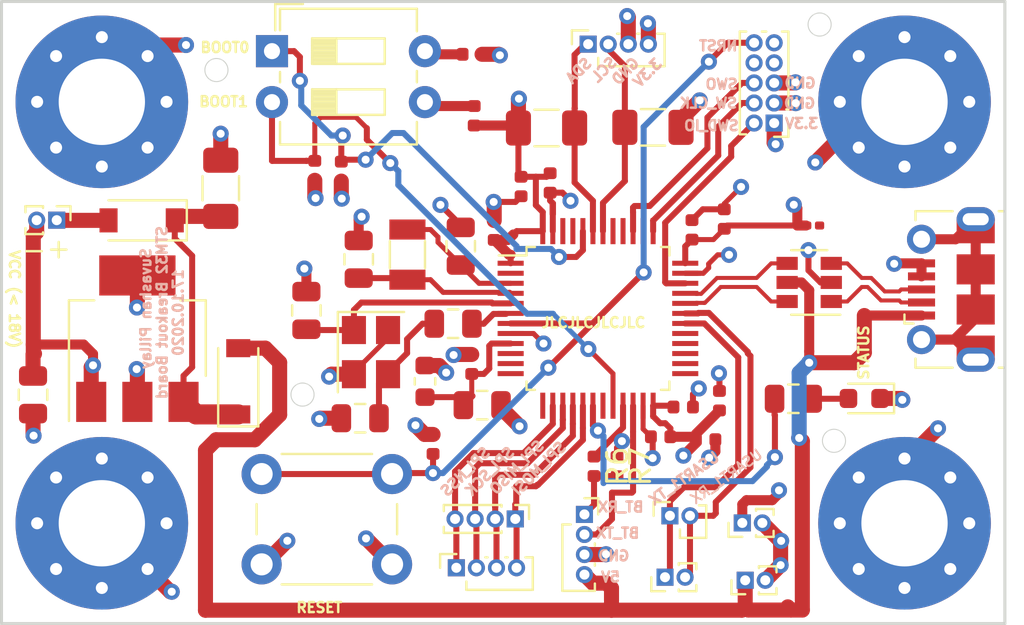
<source format=kicad_pcb>
(kicad_pcb (version 20171130) (host pcbnew "(5.0.0)")
  (layers (0 F.Cu signal) (1 In1.Cu power hide) (2 In2.Cu power hide) (31 B.Cu signal) (34 B.Paste user) (35 F.Paste user) (36 B.SilkS user) (37 F.SilkS user) (38 B.Mask user) (39 F.Mask user) (44 Edge.Cuts user))
  (net 0 "")
  (net 1 HSE_IN)
  (net 2 GND)
  (net 3 "Net-(C2-Pad1)")
  (net 4 "Net-(C3-Pad1)")
  (net 5 +3V3)
  (net 6 LSE_IN)
  (net 7 LSE_OUT)
  (net 8 NRST)
  (net 9 +3.3VA)
  (net 10 VCC)
  (net 11 +5V)
  (net 12 "Net-(D3-Pad2)")
  (net 13 "Net-(J1-Pad6)")
  (net 14 USB_DP)
  (net 15 SWD_IO)
  (net 16 SW_CLK)
  (net 17 SWO)
  (net 18 "Net-(J2-Pad7)")
  (net 19 "Net-(J2-Pad8)")
  (net 20 "Net-(J2-Pad9)")
  (net 21 I2C_SCL)
  (net 22 I2C_SDA)
  (net 23 SPI_NSS)
  (net 24 SPI_SCK)
  (net 25 SPI_MISO)
  (net 26 SPI_MOSI)
  (net 27 USART1_TX)
  (net 28 USART1_RX)
  (net 29 BT-RX)
  (net 30 BT-TX)
  (net 31 HSE_OUT)
  (net 32 "Net-(R2-Pad2)")
  (net 33 USART3_TX)
  (net 34 BOOT0)
  (net 35 "Net-(R10-Pad2)")
  (net 36 "Net-(R11-Pad2)")
  (net 37 "Net-(U3-Pad2)")
  (net 38 "Net-(U3-Pad10)")
  (net 39 "Net-(U3-Pad11)")
  (net 40 "Net-(U3-Pad12)")
  (net 41 "Net-(U3-Pad13)")
  (net 42 "Net-(U3-Pad19)")
  (net 43 BOOT1)
  (net 44 "Net-(U3-Pad25)")
  (net 45 "Net-(U3-Pad26)")
  (net 46 "Net-(U3-Pad27)")
  (net 47 "Net-(U3-Pad28)")
  (net 48 "Net-(U3-Pad29)")
  (net 49 "Net-(U3-Pad38)")
  (net 50 "Net-(U3-Pad40)")
  (net 51 "Net-(U3-Pad41)")
  (net 52 "Net-(U3-Pad45)")
  (net 53 "Net-(U3-Pad46)")
  (net 54 USB_CONN-)
  (net 55 USB_CONN+)
  (net 56 USB_+)
  (net 57 USB_-)
  (module Capacitor_SMD:C_0402_1005Metric (layer F.Cu) (at 153.3398 82.042 270)
    (fp_text reference C18)
    (fp_text value 100n)
    (pad 2 smd roundrect (at 0.485 0 270) (size 0.59 0.64) (layers F.Cu F.Paste F.Mask) (net 2 GND))
    (pad 1 smd roundrect (at -0.485 0 270) (size 0.59 0.64) (layers F.Cu F.Paste F.Mask) (net 5 +3V3))
  )
  (module Capacitor_SMD:C_0805_2012Metric (layer F.Cu) (at 141.19352 88.394299 90)
    (fp_text reference C1)
    (fp_text value 12p)
    (pad 1 smd roundrect (at -0.937501 0 90) (size 0.975 1.4) (layers F.Cu F.Paste F.Mask) (net 1 HSE_IN))
    (pad 2 smd roundrect (at 0.937501 0 90) (size 0.975 1.4) (layers F.Cu F.Paste F.Mask) (net 2 GND))
  )
  (module Capacitor_SMD:C_1206_3216Metric (layer F.Cu) (at 136.92632 82.3087 90)
    (fp_text reference C2)
    (fp_text value 10u)
    (pad 1 smd roundrect (at -1.4 0 90) (size 1.25 1.75) (layers F.Cu F.Paste F.Mask) (roundrect_rratio 0.2) (net 3 "Net-(C2-Pad1)"))
    (pad 2 smd roundrect (at 1.4 0 90) (size 1.25 1.75) (layers F.Cu F.Paste F.Mask) (roundrect_rratio 0.2) (net 2 GND))
  )
  (module Capacitor_SMD:C_0805_2012Metric (layer F.Cu) (at 143.872979 93.76664 180)
    (fp_text reference C3)
    (fp_text value 12p)
    (pad 1 smd roundrect (at -0.937501 0 180) (size 0.975 1.4) (layers F.Cu F.Paste F.Mask) (net 4 "Net-(C3-Pad1)"))
    (pad 2 smd roundrect (at 0.937501 0 180) (size 0.975 1.4) (layers F.Cu F.Paste F.Mask) (net 2 GND))
  )
  (module Capacitor_SMD:C_0805_2012Metric (layer F.Cu) (at 127.5715 92.59824 90)
    (fp_text reference C4)
    (fp_text value 10u)
    (pad 1 smd roundrect (at -0.9375 0 90) (size 0.975 1.4) (layers F.Cu F.Paste F.Mask) (net 5 +3V3))
    (pad 2 smd roundrect (at 0.9375 0 90) (size 0.975 1.4) (layers F.Cu F.Paste F.Mask) (net 2 GND))
  )
  (module Capacitor_SMD:C_0402_1005Metric (layer F.Cu) (at 151.892 82.2198 270)
    (fp_text reference C5)
    (fp_text value 10u)
    (pad 2 smd roundrect (at 0.485 0 270) (size 0.59 0.64) (layers F.Cu F.Paste F.Mask) (net 2 GND))
    (pad 1 smd roundrect (at -0.485 0 270) (size 0.59 0.64) (layers F.Cu F.Paste F.Mask) (net 5 +3V3))
  )
  (module Capacitor_SMD:C_0402_1005Metric (layer F.Cu) (at 150.55342 84.39658 90)
    (fp_text reference C6)
    (fp_text value 100n)
    (pad 1 smd roundrect (at -0.485 0 90) (size 0.59 0.64) (layers F.Cu F.Paste F.Mask) (net 5 +3V3))
    (pad 2 smd roundrect (at 0.485 0 90) (size 0.59 0.64) (layers F.Cu F.Paste F.Mask) (net 2 GND))
  )
  (module Capacitor_SMD:C_0805_2012Metric (layer F.Cu) (at 148.88464 85.1939 90)
    (fp_text reference C7)
    (fp_text value 22p)
    (pad 2 smd roundrect (at 0.9375 0 90) (size 0.975 1.4) (layers F.Cu F.Paste F.Mask) (net 2 GND))
    (pad 1 smd roundrect (at -0.9375 0 90) (size 0.975 1.4) (layers F.Cu F.Paste F.Mask) (net 6 LSE_IN))
  )
  (module Capacitor_SMD:C_0402_1005Metric (layer F.Cu) (at 159.97174 93.20784)
    (fp_text reference C8)
    (fp_text value 100n)
    (pad 2 smd roundrect (at 0.485 0) (size 0.59 0.64) (layers F.Cu F.Paste F.Mask) (net 2 GND))
    (pad 1 smd roundrect (at -0.485 0) (size 0.59 0.64) (layers F.Cu F.Paste F.Mask) (net 5 +3V3))
  )
  (module Capacitor_SMD:C_0805_2012Metric (layer F.Cu) (at 143.79956 85.84692 90)
    (fp_text reference C9)
    (fp_text value 22p)
    (pad 2 smd roundrect (at 0.9375 0 90) (size 0.975 1.4) (layers F.Cu F.Paste F.Mask) (net 2 GND))
    (pad 1 smd roundrect (at -0.9375 0 90) (size 0.975 1.4) (layers F.Cu F.Paste F.Mask) (net 7 LSE_OUT))
  )
  (module Capacitor_SMD:C_0402_1005Metric (layer F.Cu) (at 158.84652 94.6912 180)
    (fp_text reference C10)
    (fp_text value 100n)
    (pad 1 smd roundrect (at -0.485 0 180) (size 0.59 0.64) (layers F.Cu F.Paste F.Mask) (net 5 +3V3))
    (pad 2 smd roundrect (at 0.485 0 180) (size 0.59 0.64) (layers F.Cu F.Paste F.Mask) (net 2 GND))
  )
  (module Capacitor_SMD:C_0402_1005Metric (layer F.Cu) (at 161.77768 92.89288 90)
    (fp_text reference C11)
    (fp_text value 100n)
    (pad 2 smd roundrect (at 0.485 0 90) (size 0.59 0.64) (layers F.Cu F.Paste F.Mask) (net 2 GND))
    (pad 1 smd roundrect (at -0.485 0 90) (size 0.59 0.64) (layers F.Cu F.Paste F.Mask) (net 5 +3V3))
  )
  (module Capacitor_SMD:C_0402_1005Metric (layer F.Cu) (at 161.08934 94.83598)
    (fp_text reference C12)
    (fp_text value 100n)
    (pad 1 smd roundrect (at -0.485 0) (size 0.59 0.64) (layers F.Cu F.Paste F.Mask) (net 5 +3V3))
    (pad 2 smd roundrect (at 0.485 0) (size 0.59 0.64) (layers F.Cu F.Paste F.Mask) (net 2 GND))
  )
  (module Capacitor_SMD:C_0402_1005Metric (layer F.Cu) (at 147.50542 95.05936 270)
    (fp_text reference C13)
    (fp_text value 100n)
    (pad 2 smd roundrect (at 0.485 0 270) (size 0.59 0.64) (layers F.Cu F.Paste F.Mask) (net 8 NRST))
    (pad 1 smd roundrect (at -0.485 0 270) (size 0.59 0.64) (layers F.Cu F.Paste F.Mask) (net 2 GND))
  )
  (module Capacitor_SMD:C_0402_1005Metric (layer F.Cu) (at 149.43328 91.07424 90)
    (fp_text reference C14)
    (fp_text value 100n)
    (pad 2 smd roundrect (at 0.485 0 90) (size 0.59 0.64) (layers F.Cu F.Paste F.Mask) (net 2 GND))
    (pad 1 smd roundrect (at -0.485 0 90) (size 0.59 0.64) (layers F.Cu F.Paste F.Mask) (net 9 +3.3VA))
  )
  (module Capacitor_SMD:C_0603_1608Metric (layer F.Cu) (at 147.1041 91.92768 90)
    (fp_text reference C15)
    (fp_text value 1u)
    (pad 2 smd roundrect (at 0.787501 0 90) (size 0.875 0.95) (layers F.Cu F.Paste F.Mask) (net 2 GND))
    (pad 1 smd roundrect (at -0.787501 0 90) (size 0.875 0.95) (layers F.Cu F.Paste F.Mask) (net 9 +3.3VA))
  )
  (module Diode_SMD:D_SOD-123 (layer F.Cu) (at 132.98424 83.90636 180)
    (fp_text reference D1)
    (fp_text value B5819W)
    (pad 1 smd rect (at -1.65 0 180) (size 0.9 1.2) (layers F.Cu F.Paste F.Mask) (net 3 "Net-(C2-Pad1)"))
    (pad 2 smd rect (at 1.65 0 180) (size 0.9 1.2) (layers F.Cu F.Paste F.Mask) (net 10 VCC))
  )
  (module Diode_SMD:D_SOD-123 (layer F.Cu) (at 137.79754 91.92514 90)
    (fp_text reference D2)
    (fp_text value B5819W)
    (pad 2 smd rect (at 1.65 0 90) (size 0.9 1.2) (layers F.Cu F.Paste F.Mask) (net 11 +5V))
    (pad 1 smd rect (at -1.65 0 90) (size 0.9 1.2) (layers F.Cu F.Paste F.Mask) (net 3 "Net-(C2-Pad1)"))
  )
  (module LED_SMD:LED_0603_1608Metric (layer F.Cu) (at 168.99382 92.78112 180)
    (fp_text reference D3)
    (fp_text value Status)
    (pad 1 smd roundrect (at -0.7875 0 180) (size 0.875 0.95) (layers F.Cu F.Paste F.Mask) (net 2 GND))
    (pad 2 smd roundrect (at 0.7875 0 180) (size 0.875 0.95) (layers F.Cu F.Paste F.Mask) (net 12 "Net-(D3-Pad2)"))
  )
  (module Connector_USB:USB_Micro-B_Molex-105017-0001 (layer F.Cu) (at 173.30928 87.34806 90)
    (fp_text reference J1)
    (fp_text value USB_B_Micro)
    (pad 6 smd rect (at 1 1.2375 90) (size 1.5 1.9) (layers F.Cu F.Paste F.Mask) (net 13 "Net-(J1-Pad6)"))
    (pad 6 thru_hole circle (at -2.5 -1.4625 90) (size 1.45 1.45) (drill 0.85) (layers *.Cu *.Mask) (net 13 "Net-(J1-Pad6)"))
    (pad 2 smd rect (at -0.65 -1.4625 90) (size 0.4 1.35) (layers F.Cu F.Paste F.Mask) (net 54 USB_CONN-))
    (pad 1 smd rect (at -1.3 -1.4625 90) (size 0.4 1.35) (layers F.Cu F.Paste F.Mask) (net 11 +5V))
    (pad 5 smd rect (at 1.3 -1.4625 90) (size 0.4 1.35) (layers F.Cu F.Paste F.Mask) (net 2 GND))
    (pad 4 smd rect (at 0.65 -1.4625 90) (size 0.4 1.35) (layers F.Cu F.Paste F.Mask) (net 2 GND))
    (pad 3 smd rect (at 0 -1.4625 90) (size 0.4 1.35) (layers F.Cu F.Paste F.Mask) (net 55 USB_CONN+))
    (pad 6 thru_hole circle (at 2.5 -1.4625 90) (size 1.45 1.45) (drill 0.85) (layers *.Cu *.Mask) (net 13 "Net-(J1-Pad6)"))
    (pad 6 smd rect (at -1 1.2375 90) (size 1.5 1.9) (layers F.Cu F.Paste F.Mask) (net 13 "Net-(J1-Pad6)"))
    (pad 6 thru_hole oval (at -3.5 1.2375 270) (size 1.2 1.9) (drill oval 0.6 1.3) (layers *.Cu *.Mask) (net 13 "Net-(J1-Pad6)"))
    (pad 6 thru_hole oval (at 3.5 1.2375 90) (size 1.2 1.9) (drill oval 0.6 1.3) (layers *.Cu *.Mask) (net 13 "Net-(J1-Pad6)"))
    (pad 6 smd rect (at 2.9 1.2375 90) (size 1.2 1.9) (layers F.Cu F.Mask) (net 13 "Net-(J1-Pad6)"))
    (pad 6 smd rect (at -2.9 1.2375 90) (size 1.2 1.9) (layers F.Cu F.Mask) (net 13 "Net-(J1-Pad6)"))
  )
  (module Connector_PinHeader_1.00mm:PinHeader_2x05_P1.00mm_Vertical (layer F.Cu) (at 164.5031 79.0575 180)
    (fp_text reference J2)
    (fp_text value SWD)
    (pad 1 thru_hole rect (at 0 0 180) (size 0.85 0.85) (drill 0.5) (layers *.Cu *.Mask) (net 5 +3V3))
    (pad 2 thru_hole oval (at 1 0 180) (size 0.85 0.85) (drill 0.5) (layers *.Cu *.Mask) (net 15 SWD_IO))
    (pad 3 thru_hole oval (at 0 1 180) (size 0.85 0.85) (drill 0.5) (layers *.Cu *.Mask) (net 2 GND))
    (pad 4 thru_hole oval (at 1 1 180) (size 0.85 0.85) (drill 0.5) (layers *.Cu *.Mask) (net 16 SW_CLK))
    (pad 5 thru_hole oval (at 0 2 180) (size 0.85 0.85) (drill 0.5) (layers *.Cu *.Mask) (net 2 GND))
    (pad 6 thru_hole oval (at 1 2 180) (size 0.85 0.85) (drill 0.5) (layers *.Cu *.Mask) (net 17 SWO))
    (pad 7 thru_hole oval (at 0 3 180) (size 0.85 0.85) (drill 0.5) (layers *.Cu *.Mask) (net 18 "Net-(J2-Pad7)"))
    (pad 8 thru_hole oval (at 1 3 180) (size 0.85 0.85) (drill 0.5) (layers *.Cu *.Mask) (net 19 "Net-(J2-Pad8)"))
    (pad 9 thru_hole oval (at 0 4 180) (size 0.85 0.85) (drill 0.5) (layers *.Cu *.Mask) (net 20 "Net-(J2-Pad9)"))
    (pad 10 thru_hole oval (at 1 4 180) (size 0.85 0.85) (drill 0.5) (layers *.Cu *.Mask) (net 8 NRST))
  )
  (module Connector_PinSocket_1.00mm:PinSocket_1x04_P1.00mm_Vertical (layer F.Cu) (at 155.23464 75.12558 90)
    (fp_text reference J3)
    (fp_text value BMP180_I2C)
    (pad 4 thru_hole oval (at 0 3 90) (size 0.85 0.85) (drill 0.5) (layers *.Cu *.Mask) (net 5 +3V3))
    (pad 3 thru_hole oval (at 0 2 90) (size 0.85 0.85) (drill 0.5) (layers *.Cu *.Mask) (net 2 GND))
    (pad 2 thru_hole oval (at 0 1 90) (size 0.85 0.85) (drill 0.5) (layers *.Cu *.Mask) (net 21 I2C_SCL))
    (pad 1 thru_hole rect (at 0 0 90) (size 0.85 0.85) (drill 0.5) (layers *.Cu *.Mask) (net 22 I2C_SDA))
  )
  (module Connector_PinSocket_1.00mm:PinSocket_1x04_P1.00mm_Vertical (layer F.Cu) (at 148.6662 101.219 90)
    (fp_text reference J4)
    (fp_text value SPI_F)
    (pad 1 thru_hole rect (at 0 0 90) (size 0.85 0.85) (drill 0.5) (layers *.Cu *.Mask) (net 23 SPI_NSS))
    (pad 2 thru_hole oval (at 0 1 90) (size 0.85 0.85) (drill 0.5) (layers *.Cu *.Mask) (net 24 SPI_SCK))
    (pad 3 thru_hole oval (at 0 2 90) (size 0.85 0.85) (drill 0.5) (layers *.Cu *.Mask) (net 25 SPI_MISO))
    (pad 4 thru_hole oval (at 0 3 90) (size 0.85 0.85) (drill 0.5) (layers *.Cu *.Mask) (net 26 SPI_MOSI))
  )
  (module Connector_PinSocket_1.00mm:PinSocket_1x02_P1.00mm_Vertical (layer F.Cu) (at 159.3088 98.6282 90)
    (fp_text reference J5)
    (fp_text value USART_F)
    (pad 1 thru_hole rect (at 0 0 90) (size 0.85 0.85) (drill 0.5) (layers *.Cu *.Mask) (net 27 USART1_TX))
    (pad 2 thru_hole oval (at 0 1 90) (size 0.85 0.85) (drill 0.5) (layers *.Cu *.Mask) (net 28 USART1_RX))
  )
  (module Connector_PinHeader_1.00mm:PinHeader_1x04_P1.00mm_Vertical (layer F.Cu) (at 151.60244 98.78568 270)
    (fp_text reference J6)
    (fp_text value SPI_M)
    (pad 1 thru_hole rect (at 0 0 270) (size 0.85 0.85) (drill 0.5) (layers *.Cu *.Mask) (net 26 SPI_MOSI))
    (pad 2 thru_hole oval (at 0 1 270) (size 0.85 0.85) (drill 0.5) (layers *.Cu *.Mask) (net 25 SPI_MISO))
    (pad 3 thru_hole oval (at 0 2 270) (size 0.85 0.85) (drill 0.5) (layers *.Cu *.Mask) (net 24 SPI_SCK))
    (pad 4 thru_hole oval (at 0 3 270) (size 0.85 0.85) (drill 0.5) (layers *.Cu *.Mask) (net 23 SPI_NSS))
  )
  (module Connector_PinSocket_1.00mm:PinSocket_1x04_P1.00mm_Vertical (layer F.Cu) (at 155.04922 98.55962)
    (fp_text reference J8)
    (fp_text value "HC-05 ")
    (pad 1 thru_hole rect (at 0 0) (size 0.85 0.85) (drill 0.5) (layers *.Cu *.Mask) (net 29 BT-RX))
    (pad 2 thru_hole oval (at 0 1) (size 0.85 0.85) (drill 0.5) (layers *.Cu *.Mask) (net 30 BT-TX))
    (pad 3 thru_hole oval (at 0 2) (size 0.85 0.85) (drill 0.5) (layers *.Cu *.Mask) (net 2 GND))
    (pad 4 thru_hole oval (at 0 3) (size 0.85 0.85) (drill 0.5) (layers *.Cu *.Mask) (net 11 +5V))
  )
  (module Inductor_SMD:L_0805_2012Metric (layer F.Cu) (at 149.95398 93.11386)
    (fp_text reference L1)
    (fp_text value Ferrite_Bead_Small)
    (pad 1 smd roundrect (at -0.937501 0) (size 0.975 1.4) (layers F.Cu F.Paste F.Mask) (net 9 +3.3VA))
    (pad 2 smd roundrect (at 0.937501 0) (size 0.975 1.4) (layers F.Cu F.Paste F.Mask) (net 5 +3V3))
  )
  (module MountingHole:MountingHole_4.3mm_M4_Pad_Via (layer F.Cu) (at 171 78)
    (fp_text reference MH1)
    (fp_text value MountingHole_Pad)
    (pad 1 thru_hole circle (at 0 0) (size 8.6 8.6) (drill 4.3) (layers *.Cu *.Mask) (net 2 GND))
    (pad 1 thru_hole circle (at 3.225 0) (size 0.9 0.9) (drill 0.6) (layers *.Cu *.Mask) (net 2 GND))
    (pad 1 thru_hole circle (at 2.280419 2.280419) (size 0.9 0.9) (drill 0.6) (layers *.Cu *.Mask) (net 2 GND))
    (pad 1 thru_hole circle (at 0 3.225) (size 0.9 0.9) (drill 0.6) (layers *.Cu *.Mask) (net 2 GND))
    (pad 1 thru_hole circle (at -2.280419 2.280419) (size 0.9 0.9) (drill 0.6) (layers *.Cu *.Mask) (net 2 GND))
    (pad 1 thru_hole circle (at -3.225 0) (size 0.9 0.9) (drill 0.6) (layers *.Cu *.Mask) (net 2 GND))
    (pad 1 thru_hole circle (at -2.280419 -2.280419) (size 0.9 0.9) (drill 0.6) (layers *.Cu *.Mask) (net 2 GND))
    (pad 1 thru_hole circle (at 0 -3.225) (size 0.9 0.9) (drill 0.6) (layers *.Cu *.Mask) (net 2 GND))
    (pad 1 thru_hole circle (at 2.280419 -2.280419) (size 0.9 0.9) (drill 0.6) (layers *.Cu *.Mask) (net 2 GND))
  )
  (module MountingHole:MountingHole_4.3mm_M4_Pad_Via (layer F.Cu) (at 171 99)
    (fp_text reference MH2)
    (fp_text value MountingHole_Pad)
    (pad 1 thru_hole circle (at 2.280419 -2.280419) (size 0.9 0.9) (drill 0.6) (layers *.Cu *.Mask) (net 2 GND))
    (pad 1 thru_hole circle (at 0 -3.225) (size 0.9 0.9) (drill 0.6) (layers *.Cu *.Mask) (net 2 GND))
    (pad 1 thru_hole circle (at -2.280419 -2.280419) (size 0.9 0.9) (drill 0.6) (layers *.Cu *.Mask) (net 2 GND))
    (pad 1 thru_hole circle (at -3.225 0) (size 0.9 0.9) (drill 0.6) (layers *.Cu *.Mask) (net 2 GND))
    (pad 1 thru_hole circle (at -2.280419 2.280419) (size 0.9 0.9) (drill 0.6) (layers *.Cu *.Mask) (net 2 GND))
    (pad 1 thru_hole circle (at 0 3.225) (size 0.9 0.9) (drill 0.6) (layers *.Cu *.Mask) (net 2 GND))
    (pad 1 thru_hole circle (at 2.280419 2.280419) (size 0.9 0.9) (drill 0.6) (layers *.Cu *.Mask) (net 2 GND))
    (pad 1 thru_hole circle (at 3.225 0) (size 0.9 0.9) (drill 0.6) (layers *.Cu *.Mask) (net 2 GND))
    (pad 1 thru_hole circle (at 0 0) (size 8.6 8.6) (drill 4.3) (layers *.Cu *.Mask) (net 2 GND))
  )
  (module MountingHole:MountingHole_4.3mm_M4_Pad_Via (layer F.Cu) (at 131 99)
    (fp_text reference MH3)
    (fp_text value MountingHole_Pad)
    (pad 1 thru_hole circle (at 2.280419 -2.280419) (size 0.9 0.9) (drill 0.6) (layers *.Cu *.Mask) (net 2 GND))
    (pad 1 thru_hole circle (at 0 -3.225) (size 0.9 0.9) (drill 0.6) (layers *.Cu *.Mask) (net 2 GND))
    (pad 1 thru_hole circle (at -2.280419 -2.280419) (size 0.9 0.9) (drill 0.6) (layers *.Cu *.Mask) (net 2 GND))
    (pad 1 thru_hole circle (at -3.225 0) (size 0.9 0.9) (drill 0.6) (layers *.Cu *.Mask) (net 2 GND))
    (pad 1 thru_hole circle (at -2.280419 2.280419) (size 0.9 0.9) (drill 0.6) (layers *.Cu *.Mask) (net 2 GND))
    (pad 1 thru_hole circle (at 0 3.225) (size 0.9 0.9) (drill 0.6) (layers *.Cu *.Mask) (net 2 GND))
    (pad 1 thru_hole circle (at 2.280419 2.280419) (size 0.9 0.9) (drill 0.6) (layers *.Cu *.Mask) (net 2 GND))
    (pad 1 thru_hole circle (at 3.225 0) (size 0.9 0.9) (drill 0.6) (layers *.Cu *.Mask) (net 2 GND))
    (pad 1 thru_hole circle (at 0 0) (size 8.6 8.6) (drill 4.3) (layers *.Cu *.Mask) (net 2 GND))
  )
  (module MountingHole:MountingHole_4.3mm_M4_Pad_Via (layer F.Cu) (at 131 78)
    (fp_text reference MH4)
    (fp_text value MountingHole_Pad)
    (pad 1 thru_hole circle (at 2.280419 -2.280419) (size 0.9 0.9) (drill 0.6) (layers *.Cu *.Mask) (net 2 GND))
    (pad 1 thru_hole circle (at 0 -3.225) (size 0.9 0.9) (drill 0.6) (layers *.Cu *.Mask) (net 2 GND))
    (pad 1 thru_hole circle (at -2.280419 -2.280419) (size 0.9 0.9) (drill 0.6) (layers *.Cu *.Mask) (net 2 GND))
    (pad 1 thru_hole circle (at -3.225 0) (size 0.9 0.9) (drill 0.6) (layers *.Cu *.Mask) (net 2 GND))
    (pad 1 thru_hole circle (at -2.280419 2.280419) (size 0.9 0.9) (drill 0.6) (layers *.Cu *.Mask) (net 2 GND))
    (pad 1 thru_hole circle (at 0 3.225) (size 0.9 0.9) (drill 0.6) (layers *.Cu *.Mask) (net 2 GND))
    (pad 1 thru_hole circle (at 2.280419 2.280419) (size 0.9 0.9) (drill 0.6) (layers *.Cu *.Mask) (net 2 GND))
    (pad 1 thru_hole circle (at 3.225 0) (size 0.9 0.9) (drill 0.6) (layers *.Cu *.Mask) (net 2 GND))
    (pad 1 thru_hole circle (at 0 0) (size 8.6 8.6) (drill 4.3) (layers *.Cu *.Mask) (net 2 GND))
  )
  (module Resistor_SMD:R_0805_2012Metric (layer F.Cu) (at 148.50364 89.05748 180)
    (fp_text reference R1)
    (fp_text value 390)
    (pad 2 smd roundrect (at 0.9375 0 180) (size 0.975 1.4) (layers F.Cu F.Paste F.Mask) (net 4 "Net-(C3-Pad1)"))
    (pad 1 smd roundrect (at -0.9375 0 180) (size 0.975 1.4) (layers F.Cu F.Paste F.Mask) (net 31 HSE_OUT))
  )
  (module Resistor_SMD:R_0805_2012Metric (layer F.Cu) (at 165.46068 92.79636 180)
    (fp_text reference R2)
    (fp_text value 33ohm)
    (pad 1 smd roundrect (at -0.937501 0 180) (size 0.975 1.4) (layers F.Cu F.Paste F.Mask) (net 12 "Net-(D3-Pad2)"))
    (pad 2 smd roundrect (at 0.937501 0 180) (size 0.975 1.4) (layers F.Cu F.Paste F.Mask) (net 32 "Net-(R2-Pad2)"))
  )
  (module Button_Switch_THT:SW_DIP_SPSTx02_Slide_6.7x6.64mm_W7.62mm_P2.54mm_LowProfile (layer F.Cu) (at 139.47902 75.47356)
    (fp_text reference SW1)
    (fp_text value BOOT0_BOOT1)
    (pad 1 thru_hole rect (at 0 0) (size 1.6 1.6) (drill 0.8) (layers *.Cu *.Mask) (net 34 BOOT0))
    (pad 3 thru_hole oval (at 7.62 2.54) (size 1.6 1.6) (drill 0.8) (layers *.Cu *.Mask) (net 36 "Net-(R11-Pad2)"))
    (pad 2 thru_hole oval (at 0 2.54) (size 1.6 1.6) (drill 0.8) (layers *.Cu *.Mask) (net 43 BOOT1))
    (pad 4 thru_hole oval (at 7.62 0) (size 1.6 1.6) (drill 0.8) (layers *.Cu *.Mask) (net 35 "Net-(R10-Pad2)"))
  )
  (module Button_Switch_THT:SW_PUSH_6mm (layer F.Cu) (at 138.9634 96.54794)
    (fp_text reference SW3)
    (fp_text value SW_Push_Dual)
    (pad 2 thru_hole circle (at 0 4.5 90) (size 2 2) (drill 1.1) (layers *.Cu *.Mask) (net 2 GND))
    (pad 1 thru_hole circle (at 0 0 90) (size 2 2) (drill 1.1) (layers *.Cu *.Mask) (net 8 NRST))
    (pad 2 thru_hole circle (at 6.5 4.5 90) (size 2 2) (drill 1.1) (layers *.Cu *.Mask) (net 2 GND))
    (pad 1 thru_hole circle (at 6.5 0 90) (size 2 2) (drill 1.1) (layers *.Cu *.Mask) (net 8 NRST))
  )
  (module Package_TO_SOT_SMD:SOT-23-6 (layer F.Cu) (at 166.25 87 180)
    (fp_text reference U1)
    (fp_text value USBLC6-2SC6)
    (pad 1 smd rect (at -1.1 -0.95 180) (size 1.06 0.65) (layers F.Cu F.Paste F.Mask) (net 54 USB_CONN-))
    (pad 2 smd rect (at -1.1 0 180) (size 1.06 0.65) (layers F.Cu F.Paste F.Mask) (net 2 GND))
    (pad 3 smd rect (at -1.1 0.95 180) (size 1.06 0.65) (layers F.Cu F.Paste F.Mask) (net 55 USB_CONN+))
    (pad 4 smd rect (at 1.1 0.95 180) (size 1.06 0.65) (layers F.Cu F.Paste F.Mask) (net 56 USB_+))
    (pad 6 smd rect (at 1.1 -0.95 180) (size 1.06 0.65) (layers F.Cu F.Paste F.Mask) (net 57 USB_-))
    (pad 5 smd rect (at 1.1 0 180) (size 1.06 0.65) (layers F.Cu F.Paste F.Mask) (net 11 +5V))
  )
  (module Package_TO_SOT_SMD:SOT-223-3_TabPin2 (layer F.Cu) (at 132.77088 89.8017 90)
    (fp_text reference U2)
    (fp_text value NCP1117)
    (pad 2 smd rect (at 3.15 0 90) (size 2 3.8) (layers F.Cu F.Paste F.Mask) (net 5 +3V3))
    (pad 2 smd rect (at -3.15 0 90) (size 2 1.5) (layers F.Cu F.Paste F.Mask) (net 5 +3V3))
    (pad 3 smd rect (at -3.15 2.3 90) (size 2 1.5) (layers F.Cu F.Paste F.Mask) (net 3 "Net-(C2-Pad1)"))
    (pad 1 smd rect (at -3.15 -2.3 90) (size 2 1.5) (layers F.Cu F.Paste F.Mask) (net 2 GND))
  )
  (module Package_QFP:LQFP-48_7x7mm_P0.5mm (layer F.Cu) (at 155.72232 88.79332)
    (fp_text reference U3)
    (fp_text value STM32F103C8Tx)
    (pad 1 smd rect (at -4.35 -2.75) (size 1.3 0.25) (layers F.Cu F.Paste F.Mask) (net 5 +3V3))
    (pad 2 smd rect (at -4.35 -2.25) (size 1.3 0.25) (layers F.Cu F.Paste F.Mask) (net 37 "Net-(U3-Pad2)"))
    (pad 3 smd rect (at -4.35 -1.749999) (size 1.3 0.25) (layers F.Cu F.Paste F.Mask) (net 6 LSE_IN))
    (pad 4 smd rect (at -4.35 -1.25) (size 1.3 0.25) (layers F.Cu F.Paste F.Mask) (net 7 LSE_OUT))
    (pad 5 smd rect (at -4.35 -0.750001) (size 1.3 0.25) (layers F.Cu F.Paste F.Mask) (net 1 HSE_IN))
    (pad 6 smd rect (at -4.35 -0.25) (size 1.3 0.25) (layers F.Cu F.Paste F.Mask) (net 31 HSE_OUT))
    (pad 7 smd rect (at -4.35 0.25) (size 1.3 0.25) (layers F.Cu F.Paste F.Mask) (net 8 NRST))
    (pad 8 smd rect (at -4.35 0.750001) (size 1.3 0.25) (layers F.Cu F.Paste F.Mask) (net 2 GND))
    (pad 9 smd rect (at -4.35 1.25) (size 1.3 0.25) (layers F.Cu F.Paste F.Mask) (net 9 +3.3VA))
    (pad 10 smd rect (at -4.35 1.749999) (size 1.3 0.25) (layers F.Cu F.Paste F.Mask) (net 38 "Net-(U3-Pad10)"))
    (pad 11 smd rect (at -4.35 2.25) (size 1.3 0.25) (layers F.Cu F.Paste F.Mask) (net 39 "Net-(U3-Pad11)"))
    (pad 12 smd rect (at -4.35 2.75) (size 1.3 0.25) (layers F.Cu F.Paste F.Mask) (net 40 "Net-(U3-Pad12)"))
    (pad 13 smd rect (at -2.75 4.35 90) (size 1.3 0.25) (layers F.Cu F.Paste F.Mask) (net 41 "Net-(U3-Pad13)"))
    (pad 14 smd rect (at -2.25 4.35 90) (size 1.3 0.25) (layers F.Cu F.Paste F.Mask) (net 23 SPI_NSS))
    (pad 15 smd rect (at -1.749999 4.35 90) (size 1.3 0.25) (layers F.Cu F.Paste F.Mask) (net 24 SPI_SCK))
    (pad 16 smd rect (at -1.25 4.35 90) (size 1.3 0.25) (layers F.Cu F.Paste F.Mask) (net 25 SPI_MISO))
    (pad 17 smd rect (at -0.750001 4.35 90) (size 1.3 0.25) (layers F.Cu F.Paste F.Mask) (net 26 SPI_MOSI))
    (pad 18 smd rect (at -0.25 4.35 90) (size 1.3 0.25) (layers F.Cu F.Paste F.Mask) (net 32 "Net-(R2-Pad2)"))
    (pad 19 smd rect (at 0.25 4.35 90) (size 1.3 0.25) (layers F.Cu F.Paste F.Mask) (net 42 "Net-(U3-Pad19)"))
    (pad 20 smd rect (at 0.750001 4.35 90) (size 1.3 0.25) (layers F.Cu F.Paste F.Mask) (net 43 BOOT1))
    (pad 21 smd rect (at 1.25 4.35 90) (size 1.3 0.25) (layers F.Cu F.Paste F.Mask) (net 33 USART3_TX))
    (pad 22 smd rect (at 1.749999 4.35 90) (size 1.3 0.25) (layers F.Cu F.Paste F.Mask) (net 30 BT-TX))
    (pad 23 smd rect (at 2.25 4.35 90) (size 1.3 0.25) (layers F.Cu F.Paste F.Mask) (net 2 GND))
    (pad 24 smd rect (at 2.75 4.35 90) (size 1.3 0.25) (layers F.Cu F.Paste F.Mask) (net 5 +3V3))
    (pad 25 smd rect (at 4.35 2.75) (size 1.3 0.25) (layers F.Cu F.Paste F.Mask) (net 44 "Net-(U3-Pad25)"))
    (pad 26 smd rect (at 4.35 2.25) (size 1.3 0.25) (layers F.Cu F.Paste F.Mask) (net 45 "Net-(U3-Pad26)"))
    (pad 27 smd rect (at 4.35 1.749999) (size 1.3 0.25) (layers F.Cu F.Paste F.Mask) (net 46 "Net-(U3-Pad27)"))
    (pad 28 smd rect (at 4.35 1.25) (size 1.3 0.25) (layers F.Cu F.Paste F.Mask) (net 47 "Net-(U3-Pad28)"))
    (pad 29 smd rect (at 4.35 0.750001) (size 1.3 0.25) (layers F.Cu F.Paste F.Mask) (net 48 "Net-(U3-Pad29)"))
    (pad 30 smd rect (at 4.35 0.25) (size 1.3 0.25) (layers F.Cu F.Paste F.Mask) (net 27 USART1_TX))
    (pad 31 smd rect (at 4.35 -0.25) (size 1.3 0.25) (layers F.Cu F.Paste F.Mask) (net 28 USART1_RX))
    (pad 32 smd rect (at 4.35 -0.750001) (size 1.3 0.25) (layers F.Cu F.Paste F.Mask) (net 57 USB_-))
    (pad 33 smd rect (at 4.35 -1.25) (size 1.3 0.25) (layers F.Cu F.Paste F.Mask) (net 56 USB_+))
    (pad 34 smd rect (at 4.35 -1.749999) (size 1.3 0.25) (layers F.Cu F.Paste F.Mask) (net 15 SWD_IO))
    (pad 35 smd rect (at 4.35 -2.25) (size 1.3 0.25) (layers F.Cu F.Paste F.Mask) (net 2 GND))
    (pad 36 smd rect (at 4.35 -2.75) (size 1.3 0.25) (layers F.Cu F.Paste F.Mask) (net 5 +3V3))
    (pad 37 smd rect (at 2.75 -4.35 90) (size 1.3 0.25) (layers F.Cu F.Paste F.Mask) (net 16 SW_CLK))
    (pad 38 smd rect (at 2.25 -4.35 90) (size 1.3 0.25) (layers F.Cu F.Paste F.Mask) (net 49 "Net-(U3-Pad38)"))
    (pad 39 smd rect (at 1.749999 -4.35 90) (size 1.3 0.25) (layers F.Cu F.Paste F.Mask) (net 17 SWO))
    (pad 40 smd rect (at 1.25 -4.35 90) (size 1.3 0.25) (layers F.Cu F.Paste F.Mask) (net 50 "Net-(U3-Pad40)"))
    (pad 41 smd rect (at 0.750001 -4.35 90) (size 1.3 0.25) (layers F.Cu F.Paste F.Mask) (net 51 "Net-(U3-Pad41)"))
    (pad 42 smd rect (at 0.25 -4.35 90) (size 1.3 0.25) (layers F.Cu F.Paste F.Mask) (net 21 I2C_SCL))
    (pad 43 smd rect (at -0.25 -4.35 90) (size 1.3 0.25) (layers F.Cu F.Paste F.Mask) (net 22 I2C_SDA))
    (pad 44 smd rect (at -0.750001 -4.35 90) (size 1.3 0.25) (layers F.Cu F.Paste F.Mask) (net 34 BOOT0))
    (pad 45 smd rect (at -1.25 -4.35 90) (size 1.3 0.25) (layers F.Cu F.Paste F.Mask) (net 52 "Net-(U3-Pad45)"))
    (pad 46 smd rect (at -1.749999 -4.35 90) (size 1.3 0.25) (layers F.Cu F.Paste F.Mask) (net 53 "Net-(U3-Pad46)"))
    (pad 47 smd rect (at -2.25 -4.35 90) (size 1.3 0.25) (layers F.Cu F.Paste F.Mask) (net 2 GND))
    (pad 48 smd rect (at -2.75 -4.35 90) (size 1.3 0.25) (layers F.Cu F.Paste F.Mask) (net 5 +3V3))
  )
  (module Crystal:Crystal_SMD_3225-4Pin_3.2x2.5mm (layer F.Cu) (at 144.4117 90.47226 270)
    (fp_text reference Y1)
    (fp_text value 16MHz)
    (pad 1 smd rect (at -1.1 0.85 270) (size 1.4 1.2) (layers F.Cu F.Paste F.Mask) (net 1 HSE_IN))
    (pad 2 smd rect (at 1.1 0.85 270) (size 1.4 1.2) (layers F.Cu F.Paste F.Mask) (net 2 GND))
    (pad 3 smd rect (at 1.1 -0.85 270) (size 1.4 1.2) (layers F.Cu F.Paste F.Mask) (net 4 "Net-(C3-Pad1)"))
    (pad 4 smd rect (at -1.1 -0.85 270) (size 1.4 1.2) (layers F.Cu F.Paste F.Mask) (net 2 GND))
  )
  (module Crystal:Crystal_SMD_3215-2Pin_3.2x1.5mm (layer F.Cu) (at 146.2278 85.61324 90)
    (fp_text reference Y2)
    (fp_text value 32.768kHz)
    (pad 1 smd rect (at 1.25 0 90) (size 1 1.8) (layers F.Cu F.Paste F.Mask) (net 6 LSE_IN))
    (pad 2 smd rect (at -1.25 0 90) (size 1 1.8) (layers F.Cu F.Paste F.Mask) (net 7 LSE_OUT))
  )
  (module Capacitor_SMD:C_0402_1005Metric (layer F.Cu) (at 160.40862 84.37894 90)
    (fp_text reference C16)
    (fp_text value 100n)
    (pad 2 smd roundrect (at 0.485 0 90) (size 0.59 0.64) (layers F.Cu F.Paste F.Mask) (net 2 GND))
    (pad 1 smd roundrect (at -0.485 0 90) (size 0.59 0.64) (layers F.Cu F.Paste F.Mask) (net 5 +3V3))
  )
  (module Capacitor_SMD:C_0402_1005Metric (layer F.Cu) (at 162.01644 83.84032 90)
    (fp_text reference C17)
    (fp_text value 100n)
    (pad 1 smd roundrect (at -0.485 0 90) (size 0.59 0.64) (layers F.Cu F.Paste F.Mask) (net 5 +3V3))
    (pad 2 smd roundrect (at 0.485 0 90) (size 0.59 0.64) (layers F.Cu F.Paste F.Mask) (net 2 GND))
  )
  (module Connector_PinHeader_1.00mm:PinHeader_1x02_P1.00mm_Vertical (layer F.Cu) (at 128.7526 83.8962 270)
    (fp_text reference J9)
    (fp_text value VCC_GND)
    (pad 1 thru_hole rect (at 0 0 270) (size 0.85 0.85) (drill 0.5) (layers *.Cu *.Mask) (net 10 VCC))
    (pad 2 thru_hole oval (at 0 1 270) (size 0.85 0.85) (drill 0.5) (layers *.Cu *.Mask) (net 2 GND))
  )
  (module Connector_PinHeader_1.00mm:PinHeader_1x02_P1.00mm_Vertical (layer F.Cu) (at 162.9156 98.9838 90)
    (fp_text reference J10)
    (fp_text value 3V3_GND)
    (pad 1 thru_hole rect (at 0 0 90) (size 0.85 0.85) (drill 0.5) (layers *.Cu *.Mask) (net 5 +3V3))
    (pad 2 thru_hole oval (at 0 1 90) (size 0.85 0.85) (drill 0.5) (layers *.Cu *.Mask) (net 2 GND))
  )
  (module Connector_PinHeader_1.00mm:PinHeader_1x02_P1.00mm_Vertical (layer F.Cu) (at 163.06038 101.8413 90)
    (fp_text reference J11)
    (fp_text value 5V_GND)
    (pad 2 thru_hole oval (at 0 1 90) (size 0.85 0.85) (drill 0.5) (layers *.Cu *.Mask) (net 2 GND))
    (pad 1 thru_hole rect (at 0 0 90) (size 0.85 0.85) (drill 0.5) (layers *.Cu *.Mask) (net 11 +5V))
  )
  (module Connector_PinHeader_1.00mm:PinHeader_1x02_P1.00mm_Vertical (layer F.Cu) (at 159.06496 101.6889 90)
    (fp_text reference J7)
    (fp_text value USART_M)
    (pad 1 thru_hole rect (at 0 0 90) (size 0.85 0.85) (drill 0.5) (layers *.Cu *.Mask) (net 27 USART1_TX))
    (pad 2 thru_hole oval (at 0 1 90) (size 0.85 0.85) (drill 0.5) (layers *.Cu *.Mask) (net 28 USART1_RX))
  )
  (module Resistor_SMD:R_1206_3216Metric (layer F.Cu) (at 153.15946 79.30388)
    (fp_text reference R3)
    (fp_text value 4.7k)
    (pad 1 smd roundrect (at -1.4 0) (size 1.25 1.75) (layers F.Cu F.Paste F.Mask) (roundrect_rratio 0.2) (net 5 +3V3))
    (pad 2 smd roundrect (at 1.4 0) (size 1.25 1.75) (layers F.Cu F.Paste F.Mask) (roundrect_rratio 0.2) (net 22 I2C_SDA))
  )
  (module Resistor_SMD:R_1206_3216Metric (layer F.Cu) (at 158.46298 79.27086 180)
    (fp_text reference R4)
    (fp_text value 4.7k)
    (pad 2 smd roundrect (at 1.4 0 180) (size 1.25 1.75) (layers F.Cu F.Paste F.Mask) (roundrect_rratio 0.2) (net 21 I2C_SCL))
    (pad 1 smd roundrect (at -1.4 0 180) (size 1.25 1.75) (layers F.Cu F.Paste F.Mask) (roundrect_rratio 0.2) (net 5 +3V3))
  )
  (module Resistor_SMD:R_0402_1005Metric (layer F.Cu) (at 155.52674 96.16186 270)
    (fp_text reference R6 (at 0 -1.17 270) (layer F.SilkS))
    (fp_text value 1k)
    (pad 1 smd roundrect (at -0.485 0 270) (size 0.59 0.64) (layers F.Cu F.Paste F.Mask) (net 33 USART3_TX))
    (pad 2 smd roundrect (at 0.485 0 270) (size 0.59 0.64) (layers F.Cu F.Paste F.Mask) (net 29 BT-RX))
  )
  (module Resistor_SMD:R_0402_1005Metric (layer F.Cu) (at 156.67228 96.17202 270)
    (fp_text reference R7 (at 0 -1.17 270) (layer F.SilkS))
    (fp_text value 2.2k)
    (pad 2 smd roundrect (at 0.485 0 270) (size 0.59 0.64) (layers F.Cu F.Paste F.Mask) (net 29 BT-RX))
    (pad 1 smd roundrect (at -0.485 0 270) (size 0.59 0.64) (layers F.Cu F.Paste F.Mask) (net 2 GND))
  )
  (module Resistor_SMD:R_0402_1005Metric (layer F.Cu) (at 142.93342 81.46542 270)
    (fp_text reference R8)
    (fp_text value 1k)
    (pad 2 smd roundrect (at 0.485 0 270) (size 0.59 0.64) (layers F.Cu F.Paste F.Mask) (net 2 GND))
    (pad 1 smd roundrect (at -0.485 0 270) (size 0.59 0.64) (layers F.Cu F.Paste F.Mask) (net 34 BOOT0))
  )
  (module Resistor_SMD:R_0402_1005Metric (layer F.Cu) (at 141.61262 81.42478 270)
    (fp_text reference R9)
    (fp_text value 1k)
    (pad 1 smd roundrect (at -0.485 0 270) (size 0.59 0.64) (layers F.Cu F.Paste F.Mask) (net 43 BOOT1))
    (pad 2 smd roundrect (at 0.485 0 270) (size 0.59 0.64) (layers F.Cu F.Paste F.Mask) (net 2 GND))
  )
  (module Resistor_SMD:R_0402_1005Metric (layer F.Cu) (at 149.46122 75.63104 180)
    (fp_text reference R10)
    (fp_text value 1k)
    (pad 2 smd roundrect (at 0.485 0 180) (size 0.59 0.64) (layers F.Cu F.Paste F.Mask) (net 35 "Net-(R10-Pad2)"))
    (pad 1 smd roundrect (at -0.485 0 180) (size 0.59 0.64) (layers F.Cu F.Paste F.Mask) (net 5 +3V3))
  )
  (module Resistor_SMD:R_0402_1005Metric (layer F.Cu) (at 149.5552 78.69428 90)
    (fp_text reference R11)
    (fp_text value 1k)
    (pad 1 smd roundrect (at -0.485 0 90) (size 0.59 0.64) (layers F.Cu F.Paste F.Mask) (net 5 +3V3))
    (pad 2 smd roundrect (at 0.485 0 90) (size 0.59 0.64) (layers F.Cu F.Paste F.Mask) (net 36 "Net-(R11-Pad2)"))
  )
  (module Resistor_SMD:R_0201_0603Metric (layer F.Cu) (at 166.4462 84.1629)
    (fp_text reference R12)
    (fp_text value 1.5k)
    (pad 1 smd roundrect (at -0.32 0) (size 0.46 0.4) (layers F.Cu F.Mask) (net 5 +3V3))
    (pad 2 smd roundrect (at 0.32 0) (size 0.46 0.4) (layers F.Cu F.Mask) (net 14 USB_DP))
  )
  (gr_circle (center 141.00048 92.58808) (end 141.57648 92.58808) (layer Edge.Cuts) (width 0.05))
  (gr_circle (center 167.48506 94.89186) (end 168.06106 94.89186) (layer Edge.Cuts) (width 0.05))
  (gr_circle (center 166.76878 74.1471) (end 167.34478 74.1471) (layer Edge.Cuts) (width 0.05))
  (gr_circle (center 136.71042 76.4159) (end 137.286513 76.4159) (layer Edge.Cuts) (width 0.05))
  (gr_text JLCJLCJLCJLC (at 155.4988 89.00414) (layer F.SilkS) (effects (font (size 0.5 0.5) (thickness 0.125))))
  (gr_text 3.3V (at 165.87216 79.07782) (layer B.SilkS) (effects (font (size 0.5 0.5) (thickness 0.125)) (justify mirror)))
  (gr_text GND (at 165.77056 78.07198) (layer B.SilkS) (effects (font (size 0.5 0.5) (thickness 0.125)) (justify mirror)))
  (gr_text GND (at 165.79596 77.06614) (layer B.SilkS) (effects (font (size 0.5 0.5) (thickness 0.125)) (justify mirror)))
  (gr_text NRST (at 161.71672 75.21194) (layer B.SilkS) (effects (font (size 0.5 0.5) (thickness 0.125)) (justify mirror)))
  (gr_text SWD_IO (at 161.37636 79.18704) (layer B.SilkS) (effects (font (size 0.5 0.5) (thickness 0.125)) (justify mirror)))
  (gr_text SW_CLK (at 161.22396 78.0669) (layer B.SilkS) (effects (font (size 0.5 0.5) (thickness 0.125)) (justify mirror)))
  (gr_text SWO (at 161.88436 77.12202) (layer B.SilkS) (effects (font (size 0.5 0.5) (thickness 0.125)) (justify mirror)))
  (gr_text - (at 127.62484 85.36686) (layer F.SilkS) (effects (font (size 1 1) (thickness 0.125))))
  (gr_text + (at 128.85166 85.29066) (layer F.SilkS) (effects (font (size 1 1) (thickness 0.125))))
  (gr_text "VCC (< 18V)" (at 126.6444 87.8332 270) (layer F.SilkS) (effects (font (size 0.5 0.5) (thickness 0.125))))
  (gr_text "Suvashan Pillay \nSTM32 Breakout Board\n17.10.2020" (at 134 88.5 90) (layer B.SilkS) (effects (font (size 0.5 0.5) (thickness 0.125)) (justify mirror)))
  (gr_text STATUS (at 168.96588 90.49512 90) (layer F.SilkS) (effects (font (size 0.5 0.5) (thickness 0.125))))
  (gr_text RESET (at 141.83868 103.2002) (layer F.SilkS) (effects (font (size 0.5 0.5) (thickness 0.125))))
  (gr_text BOOT1 (at 137.06856 77.99324) (layer F.SilkS) (effects (font (size 0.5 0.5) (thickness 0.125))))
  (gr_text "BOOT0 " (at 137.32764 75.29068) (layer F.SilkS) (effects (font (size 0.5 0.5) (thickness 0.125))))
  (gr_text 3.3V (at 158.19374 76.5556 45) (layer B.SilkS) (effects (font (size 0.5 0.5) (thickness 0.125)) (justify mirror)))
  (gr_text GND (at 157.09646 76.47432 45) (layer B.SilkS) (effects (font (size 0.5 0.5) (thickness 0.125)) (justify mirror)))
  (gr_text SCL (at 156.02458 76.39558 45) (layer B.SilkS) (effects (font (size 0.5 0.5) (thickness 0.125)) (justify mirror)))
  (gr_text SDA (at 154.76728 76.44892 45) (layer B.SilkS) (effects (font (size 0.5 0.5) (thickness 0.125)) (justify mirror)))
  (gr_text 5V (at 156.34716 101.68128) (layer B.SilkS) (effects (font (size 0.5 0.5) (thickness 0.125)) (justify mirror)))
  (gr_text GND (at 156.50972 100.62464) (layer B.SilkS) (effects (font (size 0.5 0.5) (thickness 0.125)) (justify mirror)))
  (gr_text BT_TX (at 156.70784 99.4918) (layer B.SilkS) (effects (font (size 0.5 0.5) (thickness 0.125)) (justify mirror)))
  (gr_text BT_RX (at 156.86024 98.19132) (layer B.SilkS) (effects (font (size 0.5 0.5) (thickness 0.125)) (justify mirror)))
  (gr_text SPI_MOSI (at 152.78608 96.28124 45) (layer B.SilkS) (effects (font (size 0.5 0.5) (thickness 0.125)) (justify mirror)))
  (gr_text SPI_MISO (at 151.6888 96.2152 45) (layer B.SilkS) (effects (font (size 0.5 0.5) (thickness 0.125)) (justify mirror)))
  (gr_text SPI_SCK (at 150.33244 96.42348 45) (layer B.SilkS) (effects (font (size 0.5 0.5) (thickness 0.125)) (justify mirror)))
  (gr_text SPI_NSS (at 149.11832 96.43364 45) (layer B.SilkS) (effects (font (size 0.5 0.5) (thickness 0.125)) (justify mirror)))
  (gr_text USART1_RX (at 162.1282 96.6724 35) (layer B.SilkS) (effects (font (size 0.5 0.5) (thickness 0.1)) (justify mirror)))
  (gr_text USART1_TX (at 160.02 96.774 35) (layer B.SilkS) (effects (font (size 0.5 0.5) (thickness 0.125)) (justify mirror)))
  (gr_line (start 176 73) (end 176 104) (layer Edge.Cuts) (width 0.15))
  (gr_line (start 126 104) (end 176 104) (layer Edge.Cuts) (width 0.15))
  (gr_line (start 126 100.5) (end 126 104) (layer Edge.Cuts) (width 0.15))
  (gr_line (start 126 98) (end 126 100.5) (layer Edge.Cuts) (width 0.15))
  (gr_line (start 126 98) (end 126 73) (layer Edge.Cuts) (width 0.15))
  (gr_line (start 126 73) (end 176 73) (layer Edge.Cuts) (width 0.15))
  (segment (start 143.5617 88.37226) (end 143.93312 88.00084) (width 0.3) (layer F.Cu) (net 1))
  (segment (start 143.5617 89.37226) (end 143.5617 88.37226) (width 0.3) (layer F.Cu) (net 1))
  (segment (start 143.5617 89.27226) (end 143.5617 89.37226) (width 0.3) (layer F.Cu) (net 1))
  (segment (start 150.424838 88.00084) (end 143.93312 88.00084) (width 0.3) (layer F.Cu) (net 1))
  (segment (start 150.467317 88.043319) (end 150.424838 88.00084) (width 0.3) (layer F.Cu) (net 1))
  (segment (start 151.37232 88.043319) (end 150.467317 88.043319) (width 0.3) (layer F.Cu) (net 1))
  (segment (start 141.23398 89.37226) (end 141.19352 89.3318) (width 0.3) (layer F.Cu) (net 1))
  (segment (start 143.5617 89.37226) (end 141.23398 89.37226) (width 0.3) (layer F.Cu) (net 1))
  (via (at 156.91612 94.90964) (size 0.8) (drill 0.4) (layers F.Cu B.Cu) (net 2))
  (via (at 158.45028 95.75292) (size 0.8) (drill 0.4) (layers F.Cu B.Cu) (net 2))
  (via (at 166.55288 81.02092) (size 0.8) (drill 0.4) (layers F.Cu B.Cu) (net 2))
  (via (at 134.48284 102.4128) (size 0.8) (drill 0.4) (layers F.Cu B.Cu) (net 2))
  (via (at 135.19404 75.16876) (size 0.8) (drill 0.4) (layers F.Cu B.Cu) (net 2))
  (via (at 153.0096 90.043) (size 0.8) (drill 0.4) (layers F.Cu B.Cu) (net 2))
  (via (at 150.52548 82.98688) (size 0.8) (drill 0.4) (layers F.Cu B.Cu) (net 2))
  (via (at 157.18028 73.72604) (size 0.8) (drill 0.4) (layers F.Cu B.Cu) (net 2))
  (via (at 141.09192 86.3092) (size 0.8) (drill 0.4) (layers F.Cu B.Cu) (net 2))
  (via (at 143.94688 83.72348) (size 0.8) (drill 0.4) (layers F.Cu B.Cu) (net 2))
  (via (at 162.2552 85.6234) (size 0.8) (drill 0.4) (layers F.Cu B.Cu) (net 2))
  (via (at 170.8912 92.85224) (size 0.8) (drill 0.4) (layers F.Cu B.Cu) (net 2))
  (via (at 142.95628 82.82432) (size 0.8) (drill 0.4) (layers F.Cu B.Cu) (net 2))
  (via (at 141.65072 82.79892) (size 0.8) (drill 0.4) (layers F.Cu B.Cu) (net 2))
  (via (at 172.6692 94.26956) (size 0.8) (drill 0.4) (layers F.Cu B.Cu) (net 2))
  (via (at 148.1582 91.49588) (size 0.8) (drill 0.4) (layers F.Cu B.Cu) (net 2))
  (via (at 148.52904 90.61704) (size 0.8) (drill 0.4) (layers F.Cu B.Cu) (net 2))
  (via (at 146.62912 94.11716) (size 0.8) (drill 0.4) (layers F.Cu B.Cu) (net 2))
  (via (at 130.56108 91.13012) (size 0.8) (drill 0.4) (layers F.Cu B.Cu) (net 2))
  (via (at 144.16532 99.75596) (size 0.8) (drill 0.4) (layers F.Cu B.Cu) (net 2))
  (via (at 140.24356 99.8728) (size 0.8) (drill 0.4) (layers F.Cu B.Cu) (net 2))
  (via (at 156.12364 100.54336) (size 0.8) (drill 0.4) (layers F.Cu B.Cu) (net 2))
  (via (at 161.75228 91.52636) (size 0.8) (drill 0.4) (layers F.Cu B.Cu) (net 2))
  (via (at 160.74644 92.28328) (size 0.8) (drill 0.4) (layers F.Cu B.Cu) (net 2))
  (via (at 161.2646 95.7326) (size 0.8) (drill 0.4) (layers F.Cu B.Cu) (net 2))
  (via (at 164.85108 99.87788) (size 0.8) (drill 0.4) (layers F.Cu B.Cu) (net 2))
  (via (at 164.82568 101.08692) (size 0.8) (drill 0.4) (layers F.Cu B.Cu) (net 2))
  (via (at 170.4848 86.07044) (size 0.8) (drill 0.4) (layers F.Cu B.Cu) (net 2))
  (via (at 165.56736 77.02804) (size 0.8) (drill 0.4) (layers F.Cu B.Cu) (net 2))
  (via (at 165.57752 78.06436) (size 0.8) (drill 0.4) (layers F.Cu B.Cu) (net 2))
  (via (at 166.21252 85.38972) (size 0.8) (drill 0.4) (layers F.Cu B.Cu) (net 2))
  (via (at 142.32636 91.694) (size 0.8) (drill 0.4) (layers F.Cu B.Cu) (net 2))
  (via (at 141.8336 93.8022) (size 0.8) (drill 0.4) (layers F.Cu B.Cu) (net 2))
  (via (at 162.85464 82.24012) (size 0.8) (drill 0.4) (layers F.Cu B.Cu) (net 2))
  (via (at 147.87372 83.1342) (size 0.8) (drill 0.4) (layers F.Cu B.Cu) (net 2))
  (via (at 136.92124 79.58836) (size 0.8) (drill 0.4) (layers F.Cu B.Cu) (net 2))
  (segment (start 143.5617 91.47226) (end 143.5617 91.57226) (width 0.25) (layer F.Cu) (net 2))
  (segment (start 145.2617 89.77226) (end 143.5617 91.47226) (width 0.25) (layer F.Cu) (net 2))
  (segment (start 145.2617 89.37226) (end 145.2617 89.77226) (width 0.25) (layer F.Cu) (net 2))
  (segment (start 127.5715 90.62466) (end 127.64516 90.551) (width 0.75) (layer F.Cu) (net 2))
  (segment (start 127.5715 91.66074) (end 127.5715 90.62466) (width 0.75) (layer F.Cu) (net 2))
  (segment (start 130.47088 91.22032) (end 130.56108 91.13012) (width 0.75) (layer F.Cu) (net 2))
  (segment (start 130.47088 92.9517) (end 130.47088 91.22032) (width 0.75) (layer F.Cu) (net 2))
  (segment (start 141.86916 93.76664) (end 141.8336 93.8022) (width 0.75) (layer F.Cu) (net 2))
  (segment (start 142.935478 93.76664) (end 141.86916 93.76664) (width 0.75) (layer F.Cu) (net 2))
  (segment (start 142.4481 91.57226) (end 142.32636 91.694) (width 0.75) (layer F.Cu) (net 2))
  (segment (start 143.5617 91.57226) (end 142.4481 91.57226) (width 0.75) (layer F.Cu) (net 2))
  (segment (start 148.55684 90.58924) (end 148.52904 90.61704) (width 0.75) (layer F.Cu) (net 2))
  (segment (start 149.43328 90.58924) (end 148.55684 90.58924) (width 0.75) (layer F.Cu) (net 2))
  (segment (start 147.802499 91.140179) (end 148.1582 91.49588) (width 0.75) (layer F.Cu) (net 2))
  (segment (start 147.1041 91.140179) (end 147.802499 91.140179) (width 0.75) (layer F.Cu) (net 2))
  (segment (start 147.08632 94.57436) (end 146.62912 94.11716) (width 0.75) (layer F.Cu) (net 2))
  (segment (start 147.50542 94.57436) (end 147.08632 94.57436) (width 0.75) (layer F.Cu) (net 2))
  (segment (start 161.57434 95.42286) (end 161.2646 95.7326) (width 0.5) (layer F.Cu) (net 2))
  (segment (start 161.57434 94.83598) (end 161.57434 95.42286) (width 0.5) (layer F.Cu) (net 2))
  (segment (start 164.0713 101.8413) (end 164.82568 101.08692) (width 0.75) (layer F.Cu) (net 2))
  (segment (start 164.06038 101.8413) (end 164.0713 101.8413) (width 0.75) (layer F.Cu) (net 2))
  (segment (start 171 95.93876) (end 172.6692 94.26956) (width 0.75) (layer F.Cu) (net 2))
  (segment (start 171 99) (end 171 95.93876) (width 0.75) (layer F.Cu) (net 2))
  (segment (start 141.61262 82.76082) (end 141.65072 82.79892) (width 0.75) (layer F.Cu) (net 2))
  (segment (start 141.61262 81.90978) (end 141.61262 82.76082) (width 0.75) (layer F.Cu) (net 2))
  (segment (start 142.93342 82.80146) (end 142.95628 82.82432) (width 0.75) (layer F.Cu) (net 2))
  (segment (start 142.93342 81.95042) (end 142.93342 82.80146) (width 0.75) (layer F.Cu) (net 2))
  (segment (start 165.57066 78.0575) (end 165.57752 78.06436) (width 0.75) (layer F.Cu) (net 2))
  (segment (start 164.5031 78.0575) (end 165.57066 78.0575) (width 0.75) (layer F.Cu) (net 2))
  (segment (start 165.5379 77.0575) (end 165.56736 77.02804) (width 0.75) (layer F.Cu) (net 2))
  (segment (start 164.5031 77.0575) (end 165.5379 77.0575) (width 0.75) (layer F.Cu) (net 2))
  (segment (start 170.82008 92.78112) (end 170.8912 92.85224) (width 0.75) (layer F.Cu) (net 2))
  (segment (start 169.78132 92.78112) (end 170.82008 92.78112) (width 0.75) (layer F.Cu) (net 2))
  (segment (start 166.21252 85.955405) (end 166.21252 85.38972) (width 0.3) (layer F.Cu) (net 2))
  (segment (start 166.21252 86.397522) (end 166.21252 85.955405) (width 0.3) (layer F.Cu) (net 2))
  (segment (start 166.814998 87) (end 166.21252 86.397522) (width 0.3) (layer F.Cu) (net 2))
  (segment (start 167.35 87) (end 166.814998 87) (width 0.3) (layer F.Cu) (net 2))
  (segment (start 170.50718 86.04806) (end 170.4848 86.07044) (width 0.5) (layer F.Cu) (net 2))
  (segment (start 171.84678 86.04806) (end 170.50718 86.04806) (width 0.5) (layer F.Cu) (net 2))
  (segment (start 171.84678 86.69806) (end 171.84678 86.04806) (width 0.5) (layer F.Cu) (net 2))
  (segment (start 160.820395 86.54332) (end 160.07232 86.54332) (width 0.25) (layer F.Cu) (net 2))
  (segment (start 162.01644 83.07832) (end 162.85464 82.24012) (width 0.25) (layer F.Cu) (net 2))
  (segment (start 162.01644 83.35532) (end 162.01644 83.07832) (width 0.25) (layer F.Cu) (net 2))
  (segment (start 148.88464 84.14512) (end 147.87372 83.1342) (width 0.3) (layer F.Cu) (net 2))
  (segment (start 148.88464 84.2564) (end 148.88464 84.14512) (width 0.3) (layer F.Cu) (net 2))
  (segment (start 143.79956 83.8708) (end 143.94688 83.72348) (width 0.5) (layer F.Cu) (net 2))
  (segment (start 143.79956 84.90942) (end 143.79956 83.8708) (width 0.5) (layer F.Cu) (net 2))
  (segment (start 141.19352 86.4108) (end 141.09192 86.3092) (width 0.5) (layer F.Cu) (net 2))
  (segment (start 141.19352 87.456798) (end 141.19352 86.4108) (width 0.5) (layer F.Cu) (net 2))
  (segment (start 157.23464 73.7804) (end 157.18028 73.72604) (width 0.75) (layer F.Cu) (net 2))
  (segment (start 157.23464 75.12558) (end 157.23464 73.7804) (width 0.75) (layer F.Cu) (net 2))
  (segment (start 150.55342 83.01482) (end 150.52548 82.98688) (width 0.75) (layer F.Cu) (net 2))
  (segment (start 150.55342 83.91158) (end 150.55342 83.01482) (width 0.75) (layer F.Cu) (net 2))
  (segment (start 127.71628 90.47988) (end 127.64516 90.551) (width 0.25) (layer F.Cu) (net 2))
  (segment (start 136.92632 79.59344) (end 136.92124 79.58836) (width 0.75) (layer F.Cu) (net 2))
  (segment (start 136.92632 80.9087) (end 136.92632 79.59344) (width 0.75) (layer F.Cu) (net 2))
  (segment (start 133.83124 75.16876) (end 131 78) (width 0.75) (layer F.Cu) (net 2))
  (segment (start 135.19404 75.16876) (end 133.83124 75.16876) (width 0.75) (layer F.Cu) (net 2))
  (segment (start 134.4128 102.4128) (end 131 99) (width 0.75) (layer F.Cu) (net 2))
  (segment (start 134.48284 102.4128) (end 134.4128 102.4128) (width 0.75) (layer F.Cu) (net 2))
  (segment (start 169.5738 78) (end 166.55288 81.02092) (width 0.75) (layer F.Cu) (net 2))
  (segment (start 171 78) (end 169.5738 78) (width 0.75) (layer F.Cu) (net 2))
  (segment (start 164.82568 99.90328) (end 164.85108 99.87788) (width 0.75) (layer F.Cu) (net 2))
  (segment (start 164.82568 101.08692) (end 164.82568 99.90328) (width 0.75) (layer F.Cu) (net 2))
  (segment (start 156.10738 100.55962) (end 156.12364 100.54336) (width 0.75) (layer F.Cu) (net 2))
  (segment (start 155.04922 100.55962) (end 156.10738 100.55962) (width 0.75) (layer F.Cu) (net 2))
  (segment (start 139.06842 101.04794) (end 140.24356 99.8728) (width 0.75) (layer F.Cu) (net 2))
  (segment (start 138.9634 101.04794) (end 139.06842 101.04794) (width 0.75) (layer F.Cu) (net 2))
  (segment (start 145.4573 101.04794) (end 144.16532 99.75596) (width 0.75) (layer F.Cu) (net 2))
  (segment (start 145.4634 101.04794) (end 145.4573 101.04794) (width 0.75) (layer F.Cu) (net 2))
  (segment (start 158.45028 94.77996) (end 158.36152 94.6912) (width 0.3) (layer F.Cu) (net 2))
  (segment (start 158.45028 95.75292) (end 158.45028 94.77996) (width 0.3) (layer F.Cu) (net 2))
  (segment (start 157.97232 94.302) (end 158.36152 94.6912) (width 0.25) (layer F.Cu) (net 2))
  (segment (start 157.97232 93.14332) (end 157.97232 94.302) (width 0.25) (layer F.Cu) (net 2))
  (segment (start 156.67228 95.23844) (end 156.9586 94.95212) (width 0.3) (layer F.Cu) (net 2))
  (segment (start 156.67228 95.68702) (end 156.67228 95.23844) (width 0.3) (layer F.Cu) (net 2))
  (segment (start 160.45674 92.57298) (end 160.74644 92.28328) (width 0.3) (layer F.Cu) (net 2))
  (segment (start 160.45674 93.20784) (end 160.45674 92.57298) (width 0.3) (layer F.Cu) (net 2))
  (segment (start 161.77768 91.55176) (end 161.75228 91.52636) (width 0.3) (layer F.Cu) (net 2))
  (segment (start 161.77768 92.40788) (end 161.77768 91.55176) (width 0.3) (layer F.Cu) (net 2))
  (segment (start 153.47232 83.595866) (end 153.47232 83.05452) (width 0.3) (layer F.Cu) (net 2))
  (segment (start 150.63456 82.8778) (end 150.52548 82.98688) (width 0.5) (layer F.Cu) (net 2))
  (segment (start 153.47232 83.05452) (end 153.47232 83.595866) (width 0.3) (layer F.Cu) (net 2))
  (segment (start 153.3398 82.922) (end 153.47232 83.05452) (width 0.3) (layer F.Cu) (net 2))
  (segment (start 153.3398 82.527) (end 153.3398 82.922) (width 0.3) (layer F.Cu) (net 2))
  (segment (start 153.47232 83.05452) (end 153.47232 84.44332) (width 0.3) (layer F.Cu) (net 2))
  (via (at 154.3558 82.931) (size 0.8) (drill 0.4) (layers F.Cu B.Cu) (net 2))
  (segment (start 151.60992 82.98688) (end 151.892 82.7048) (width 0.3) (layer F.Cu) (net 2))
  (segment (start 150.52548 82.98688) (end 151.60992 82.98688) (width 0.3) (layer F.Cu) (net 2))
  (segment (start 153.9518 82.527) (end 154.3558 82.931) (width 0.3) (layer F.Cu) (net 2))
  (segment (start 153.3398 82.527) (end 153.9518 82.527) (width 0.3) (layer F.Cu) (net 2))
  (segment (start 161.689515 85.6234) (end 161.2392 86.073715) (width 0.25) (layer F.Cu) (net 2))
  (segment (start 162.2552 85.6234) (end 161.689515 85.6234) (width 0.25) (layer F.Cu) (net 2))
  (segment (start 160.97232 86.54332) (end 160.07232 86.54332) (width 0.25) (layer F.Cu) (net 2))
  (segment (start 161.2392 86.27644) (end 160.97232 86.54332) (width 0.25) (layer F.Cu) (net 2))
  (segment (start 161.2392 86.073715) (end 161.2392 86.27644) (width 0.25) (layer F.Cu) (net 2))
  (segment (start 152.509921 89.543321) (end 153.0096 90.043) (width 0.25) (layer F.Cu) (net 2))
  (segment (start 151.37232 89.543321) (end 152.509921 89.543321) (width 0.25) (layer F.Cu) (net 2))
  (segment (start 127.5842 90.61196) (end 127.5715 90.62466) (width 0.75) (layer F.Cu) (net 2))
  (segment (start 130.090445 90.0938) (end 127.5842 90.0938) (width 0.5) (layer F.Cu) (net 2))
  (segment (start 130.56108 90.564435) (end 130.090445 90.0938) (width 0.5) (layer F.Cu) (net 2))
  (segment (start 130.56108 91.13012) (end 130.56108 90.564435) (width 0.5) (layer F.Cu) (net 2))
  (segment (start 127.5842 90.0938) (end 127.5842 90.61196) (width 0.75) (layer F.Cu) (net 2))
  (segment (start 164.80968 99.87788) (end 163.9156 98.9838) (width 0.75) (layer F.Cu) (net 2))
  (segment (start 164.85108 99.87788) (end 164.80968 99.87788) (width 0.75) (layer F.Cu) (net 2))
  (segment (start 127.5842 84.66564) (end 127.5842 90.0938) (width 0.75) (layer F.Cu) (net 2))
  (segment (start 127.7526 84.49724) (end 127.5842 84.66564) (width 0.75) (layer F.Cu) (net 2))
  (segment (start 127.7526 83.8962) (end 127.7526 84.49724) (width 0.75) (layer F.Cu) (net 2))
  (segment (start 160.94724 83.35532) (end 162.01644 83.35532) (width 0.3) (layer F.Cu) (net 2))
  (segment (start 160.40862 83.89394) (end 160.94724 83.35532) (width 0.3) (layer F.Cu) (net 2))
  (segment (start 135.69432 93.57514) (end 135.07088 92.9517) (width 1) (layer F.Cu) (net 3))
  (segment (start 137.79754 93.57514) (end 135.69432 93.57514) (width 1) (layer F.Cu) (net 3))
  (segment (start 134.8319 83.7087) (end 134.63424 83.90636) (width 0.75) (layer F.Cu) (net 3))
  (segment (start 136.92632 83.7087) (end 134.8319 83.7087) (width 0.75) (layer F.Cu) (net 3))
  (segment (start 135.07088 91.6517) (end 135.5 91.22258) (width 0.3) (layer F.Cu) (net 3))
  (segment (start 135.07088 92.9517) (end 135.07088 91.6517) (width 0.3) (layer F.Cu) (net 3))
  (segment (start 134.63424 84.80636) (end 134.63424 83.90636) (width 0.3) (layer F.Cu) (net 3))
  (segment (start 135.5 85.67212) (end 134.63424 84.80636) (width 0.3) (layer F.Cu) (net 3))
  (segment (start 135.5 91.22258) (end 135.5 85.67212) (width 0.3) (layer F.Cu) (net 3))
  (segment (start 144.81048 92.02348) (end 145.2617 91.57226) (width 0.3) (layer F.Cu) (net 4))
  (segment (start 144.81048 93.76664) (end 144.81048 92.02348) (width 0.3) (layer F.Cu) (net 4))
  (segment (start 145.2617 91.57226) (end 145.2617 91.3543) (width 0.3) (layer F.Cu) (net 4))
  (segment (start 145.2617 91.47226) (end 145.2617 91.57226) (width 0.3) (layer F.Cu) (net 4))
  (segment (start 146.211701 90.522259) (end 145.2617 91.47226) (width 0.3) (layer F.Cu) (net 4))
  (segment (start 146.211701 89.824419) (end 146.211701 90.522259) (width 0.3) (layer F.Cu) (net 4))
  (segment (start 146.97864 89.05748) (end 146.211701 89.824419) (width 0.3) (layer F.Cu) (net 4))
  (segment (start 147.56614 89.05748) (end 146.97864 89.05748) (width 0.3) (layer F.Cu) (net 4))
  (via (at 150.83536 75.68184) (size 0.8) (drill 0.4) (layers F.Cu B.Cu) (net 5))
  (via (at 164.7444 97.3582) (size 0.8) (drill 0.4) (layers F.Cu B.Cu) (net 5))
  (via (at 151.8158 94.16796) (size 0.8) (drill 0.4) (layers F.Cu B.Cu) (net 5))
  (via (at 164.57676 80.1116) (size 0.8) (drill 0.4) (layers F.Cu B.Cu) (net 5))
  (via (at 160.79216 77.9272) (size 0.8) (drill 0.4) (layers F.Cu B.Cu) (net 5))
  (via (at 158.21152 74.08672) (size 0.8) (drill 0.4) (layers F.Cu B.Cu) (net 5))
  (via (at 151.78532 77.84084) (size 0.8) (drill 0.4) (layers F.Cu B.Cu) (net 5))
  (via (at 127.59944 94.63532) (size 0.8) (drill 0.4) (layers F.Cu B.Cu) (net 5))
  (via (at 132.73532 91.31808) (size 0.8) (drill 0.4) (layers F.Cu B.Cu) (net 5))
  (via (at 132.75 88.25) (size 0.8) (drill 0.4) (layers F.Cu B.Cu) (net 5))
  (segment (start 151.37232 86.04332) (end 151.37232 85.61832) (width 0.3) (layer F.Cu) (net 5))
  (segment (start 160.07232 85.20024) (end 160.40862 84.86394) (width 0.3) (layer F.Cu) (net 5))
  (segment (start 160.07232 86.04332) (end 160.07232 85.20024) (width 0.3) (layer F.Cu) (net 5))
  (segment (start 158.47232 93.66832) (end 158.81956 94.01556) (width 0.3) (layer F.Cu) (net 5))
  (segment (start 158.47232 93.14332) (end 158.47232 93.66832) (width 0.3) (layer F.Cu) (net 5))
  (segment (start 159.33152 94.2712) (end 159.33152 94.6912) (width 0.3) (layer F.Cu) (net 5))
  (segment (start 159.07588 94.01556) (end 159.33152 94.2712) (width 0.3) (layer F.Cu) (net 5))
  (segment (start 158.81956 94.01556) (end 159.07588 94.01556) (width 0.3) (layer F.Cu) (net 5))
  (segment (start 160.60434 94.55122) (end 160.60434 94.83598) (width 0.3) (layer F.Cu) (net 5))
  (segment (start 161.77768 93.37788) (end 160.60434 94.55122) (width 0.5) (layer F.Cu) (net 5))
  (segment (start 159.42222 93.14332) (end 159.48674 93.20784) (width 0.3) (layer F.Cu) (net 5))
  (segment (start 158.47232 93.14332) (end 159.42222 93.14332) (width 0.3) (layer F.Cu) (net 5))
  (segment (start 151.634861 79.17928) (end 151.759461 79.30388) (width 0.5) (layer F.Cu) (net 5))
  (segment (start 149.5552 79.17928) (end 151.634861 79.17928) (width 0.5) (layer F.Cu) (net 5))
  (segment (start 165.6587 84.1629) (end 165.6587 84.1629) (width 0.5) (layer F.Cu) (net 5))
  (segment (start 160.45956 94.6912) (end 160.60434 94.83598) (width 0.5) (layer F.Cu) (net 5))
  (segment (start 159.33152 94.6912) (end 160.45956 94.6912) (width 0.5) (layer F.Cu) (net 5))
  (segment (start 158.23464 74.10984) (end 158.21152 74.08672) (width 0.75) (layer F.Cu) (net 5))
  (segment (start 158.23464 75.12558) (end 158.23464 74.10984) (width 0.75) (layer F.Cu) (net 5))
  (segment (start 151.759461 77.866699) (end 151.78532 77.84084) (width 0.75) (layer F.Cu) (net 5))
  (segment (start 151.759461 79.30388) (end 151.759461 77.866699) (width 0.75) (layer F.Cu) (net 5))
  (segment (start 150.78456 75.63104) (end 150.83536 75.68184) (width 0.75) (layer F.Cu) (net 5))
  (segment (start 149.94622 75.63104) (end 150.78456 75.63104) (width 0.75) (layer F.Cu) (net 5))
  (segment (start 127.5715 94.60738) (end 127.59944 94.63532) (width 0.75) (layer F.Cu) (net 5))
  (segment (start 127.5715 93.53574) (end 127.5715 94.60738) (width 0.75) (layer F.Cu) (net 5))
  (segment (start 132.77088 88.22912) (end 132.75 88.25) (width 0.75) (layer F.Cu) (net 5))
  (segment (start 132.77088 86.6517) (end 132.77088 88.22912) (width 0.75) (layer F.Cu) (net 5))
  (segment (start 132.77088 91.35364) (end 132.73532 91.31808) (width 0.75) (layer F.Cu) (net 5))
  (segment (start 132.77088 92.9517) (end 132.77088 91.35364) (width 0.75) (layer F.Cu) (net 5))
  (segment (start 150.891481 93.243641) (end 151.8158 94.16796) (width 0.75) (layer F.Cu) (net 5))
  (segment (start 150.891481 93.11386) (end 150.891481 93.243641) (width 0.75) (layer F.Cu) (net 5))
  (segment (start 160.60434 94.83598) (end 160.60434 94.83598) (width 0.3) (layer F.Cu) (net 5))
  (via (at 159.97936 95.631) (size 0.8) (drill 0.4) (layers F.Cu B.Cu) (net 5))
  (segment (start 160.60434 95.00602) (end 159.97936 95.631) (width 0.5) (layer F.Cu) (net 5))
  (segment (start 160.60434 94.83598) (end 160.60434 95.00602) (width 0.5) (layer F.Cu) (net 5))
  (segment (start 159.862979 78.856381) (end 159.862979 79.27086) (width 0.75) (layer F.Cu) (net 5))
  (segment (start 160.79216 77.9272) (end 159.862979 78.856381) (width 0.75) (layer F.Cu) (net 5))
  (segment (start 164.5031 80.03794) (end 164.57676 80.1116) (width 0.75) (layer F.Cu) (net 5))
  (segment (start 164.5031 79.0575) (end 164.5031 80.03794) (width 0.75) (layer F.Cu) (net 5))
  (via (at 165.481 83.12912) (size 0.8) (drill 0.4) (layers F.Cu B.Cu) (net 5))
  (segment (start 165.6587 83.30682) (end 165.481 83.12912) (width 0.5) (layer F.Cu) (net 5))
  (segment (start 165.6587 84.1629) (end 165.6587 83.30682) (width 0.5) (layer F.Cu) (net 5))
  (segment (start 161.47782 84.86394) (end 160.40862 84.86394) (width 0.25) (layer F.Cu) (net 5))
  (segment (start 162.01644 84.32532) (end 161.47782 84.86394) (width 0.25) (layer F.Cu) (net 5))
  (segment (start 162.17886 84.1629) (end 162.01644 84.32532) (width 0.3) (layer F.Cu) (net 5))
  (segment (start 151.23414 84.88158) (end 150.55342 84.88158) (width 0.5) (layer F.Cu) (net 5))
  (segment (start 151.29016 85.61832) (end 150.55342 84.88158) (width 0.5) (layer F.Cu) (net 5))
  (segment (start 151.37232 85.61832) (end 151.29016 85.61832) (width 0.5) (layer F.Cu) (net 5))
  (segment (start 151.507032 84.608688) (end 151.23414 84.88158) (width 0.5) (layer F.Cu) (net 5))
  (segment (start 151.759461 81.602261) (end 151.892 81.7348) (width 0.3) (layer F.Cu) (net 5))
  (segment (start 151.759461 79.30388) (end 151.759461 81.602261) (width 0.3) (layer F.Cu) (net 5))
  (segment (start 153.162 81.7348) (end 153.3398 81.557) (width 0.3) (layer F.Cu) (net 5))
  (segment (start 152.97232 83.49332) (end 152.97232 84.44332) (width 0.3) (layer F.Cu) (net 5))
  (segment (start 152.6286 83.1496) (end 152.97232 83.49332) (width 0.3) (layer F.Cu) (net 5))
  (segment (start 152.6286 81.7348) (end 152.6286 83.1496) (width 0.3) (layer F.Cu) (net 5))
  (segment (start 152.6286 81.7348) (end 153.162 81.7348) (width 0.3) (layer F.Cu) (net 5))
  (segment (start 151.892 81.7348) (end 152.6286 81.7348) (width 0.3) (layer F.Cu) (net 5))
  (segment (start 151.6724 84.44332) (end 152.97232 84.44332) (width 0.3) (layer F.Cu) (net 5))
  (segment (start 151.507032 84.608688) (end 151.6724 84.44332) (width 0.3) (layer F.Cu) (net 5))
  (segment (start 164.850001 97.408001) (end 164.850001 97.3582) (width 0.5) (layer F.Cu) (net 5))
  (segment (start 164.408001 97.850001) (end 164.850001 97.408001) (width 0.5) (layer F.Cu) (net 5))
  (segment (start 163.124399 97.850001) (end 164.408001 97.850001) (width 0.5) (layer F.Cu) (net 5))
  (segment (start 162.9156 98.0588) (end 163.124399 97.850001) (width 0.5) (layer F.Cu) (net 5))
  (segment (start 162.9156 98.9838) (end 162.9156 98.0588) (width 0.5) (layer F.Cu) (net 5))
  (segment (start 165.6587 84.1629) (end 166.09619 84.1629) (width 0.5) (layer F.Cu) (net 5))
  (segment (start 165.6587 84.1629) (end 162.17886 84.1629) (width 0.3) (layer F.Cu) (net 5))
  (segment (start 149.796561 87.043321) (end 151.37232 87.043321) (width 0.25) (layer F.Cu) (net 6))
  (segment (start 148.88464 86.1314) (end 149.796561 87.043321) (width 0.25) (layer F.Cu) (net 6))
  (segment (start 147.3778 84.36324) (end 147.7518 84.73724) (width 0.25) (layer F.Cu) (net 6))
  (segment (start 146.2278 84.36324) (end 147.3778 84.36324) (width 0.25) (layer F.Cu) (net 6))
  (segment (start 147.7518 84.99856) (end 148.88464 86.1314) (width 0.25) (layer F.Cu) (net 6))
  (segment (start 147.7518 84.73724) (end 147.7518 84.99856) (width 0.25) (layer F.Cu) (net 6))
  (segment (start 151.322322 87.493322) (end 151.37232 87.54332) (width 0.25) (layer F.Cu) (net 7))
  (segment (start 148.007882 87.493322) (end 151.322322 87.493322) (width 0.25) (layer F.Cu) (net 7))
  (segment (start 147.3778 86.86324) (end 148.007882 87.493322) (width 0.25) (layer F.Cu) (net 7))
  (segment (start 146.2278 86.86324) (end 147.3778 86.86324) (width 0.25) (layer F.Cu) (net 7))
  (segment (start 146.14898 86.78442) (end 146.2278 86.86324) (width 0.3) (layer F.Cu) (net 7))
  (segment (start 143.79956 86.78442) (end 146.14898 86.78442) (width 0.3) (layer F.Cu) (net 7))
  (segment (start 151.37232 89.04332) (end 155.20668 89.04332) (width 0.3) (layer F.Cu) (net 8))
  (via (at 158 86.5) (size 0.8) (drill 0.4) (layers F.Cu B.Cu) (net 8))
  (segment (start 155.20668 89.04332) (end 155.45668 89.04332) (width 0.3) (layer F.Cu) (net 8))
  (segment (start 155.45668 89.04332) (end 158 86.5) (width 0.3) (layer F.Cu) (net 8))
  (via (at 161.25 76) (size 0.8) (drill 0.4) (layers F.Cu B.Cu) (net 8))
  (segment (start 158 86.5) (end 158 79.25) (width 0.3) (layer B.Cu) (net 8))
  (segment (start 158 79.25) (end 161.25 76) (width 0.3) (layer B.Cu) (net 8))
  (segment (start 161.25 76) (end 162.1925 75.0575) (width 0.3) (layer F.Cu) (net 8))
  (via (at 153.25 91.25) (size 0.8) (drill 0.4) (layers F.Cu B.Cu) (net 8))
  (via (at 147.5 96.5) (size 0.8) (drill 0.4) (layers F.Cu B.Cu) (net 8))
  (segment (start 153.25 91.25) (end 151.26168 93.23832) (width 0.3) (layer B.Cu) (net 8))
  (segment (start 148 96.5) (end 147.5 96.5) (width 0.3) (layer B.Cu) (net 8))
  (segment (start 145.51134 96.5) (end 145.4634 96.54794) (width 0.3) (layer F.Cu) (net 8))
  (segment (start 147.5 96.5) (end 145.51134 96.5) (width 0.3) (layer F.Cu) (net 8))
  (segment (start 145.4634 96.54794) (end 138.9634 96.54794) (width 0.3) (layer F.Cu) (net 8))
  (segment (start 147.50542 96.49458) (end 147.5 96.5) (width 0.3) (layer F.Cu) (net 8))
  (segment (start 147.50542 95.54436) (end 147.50542 96.49458) (width 0.3) (layer F.Cu) (net 8))
  (segment (start 151.26168 93.23832) (end 148 96.5) (width 0.3) (layer B.Cu) (net 8))
  (segment (start 158 86.5) (end 153.25 91.25) (width 0.3) (layer F.Cu) (net 8))
  (segment (start 162.1925 75.0575) (end 163.5031 75.0575) (width 0.3) (layer F.Cu) (net 8))
  (segment (start 149.47124 92.659099) (end 149.016479 93.11386) (width 0.3) (layer F.Cu) (net 9))
  (segment (start 148.6178 92.715181) (end 149.016479 93.11386) (width 0.3) (layer F.Cu) (net 9))
  (segment (start 147.1041 92.715181) (end 148.6178 92.715181) (width 0.3) (layer F.Cu) (net 9))
  (segment (start 150.30649 90.15915) (end 150.30649 91.28891) (width 0.3) (layer F.Cu) (net 9))
  (segment (start 150.42232 90.04332) (end 150.30649 90.15915) (width 0.3) (layer F.Cu) (net 9))
  (segment (start 151.37232 90.04332) (end 150.42232 90.04332) (width 0.3) (layer F.Cu) (net 9))
  (segment (start 150.03616 91.55924) (end 149.43328 91.55924) (width 0.3) (layer F.Cu) (net 9))
  (segment (start 150.30649 91.28891) (end 150.03616 91.55924) (width 0.3) (layer F.Cu) (net 9))
  (segment (start 149.43328 92.697059) (end 149.016479 93.11386) (width 0.25) (layer F.Cu) (net 9))
  (segment (start 149.43328 91.55924) (end 149.43328 92.697059) (width 0.25) (layer F.Cu) (net 9))
  (segment (start 128.76276 83.90636) (end 128.7526 83.8962) (width 0.75) (layer F.Cu) (net 10))
  (segment (start 131.33424 83.90636) (end 128.76276 83.90636) (width 0.75) (layer F.Cu) (net 10))
  (segment (start 155.474219 101.984619) (end 156.145039 101.984619) (width 0.75) (layer F.Cu) (net 11))
  (segment (start 155.04922 101.55962) (end 155.474219 101.984619) (width 0.75) (layer F.Cu) (net 11))
  (segment (start 156.145039 101.984619) (end 156.39796 102.23754) (width 0.75) (layer F.Cu) (net 11))
  (segment (start 156.39796 102.23754) (end 156.39796 103.33228) (width 0.75) (layer F.Cu) (net 11))
  (segment (start 156.39796 103.33228) (end 136.16432 103.33228) (width 0.75) (layer F.Cu) (net 11))
  (segment (start 136.16432 103.33228) (end 136.271 103.2256) (width 0.75) (layer F.Cu) (net 11))
  (segment (start 139.14754 90.27514) (end 139.86002 90.98762) (width 0.75) (layer F.Cu) (net 11))
  (segment (start 137.79754 90.27514) (end 139.14754 90.27514) (width 0.75) (layer F.Cu) (net 11))
  (segment (start 139.86002 93.597662) (end 138.619162 94.83852) (width 0.75) (layer F.Cu) (net 11))
  (segment (start 139.86002 90.98762) (end 139.86002 93.597662) (width 0.75) (layer F.Cu) (net 11))
  (segment (start 138.619162 94.83852) (end 136.69518 94.83852) (width 0.75) (layer F.Cu) (net 11))
  (segment (start 136.16432 95.36938) (end 136.16432 103.33228) (width 0.75) (layer F.Cu) (net 11))
  (segment (start 136.69518 94.83852) (end 136.16432 95.36938) (width 0.75) (layer F.Cu) (net 11))
  (segment (start 162.89274 103.33228) (end 156.39796 103.33228) (width 0.75) (layer F.Cu) (net 11))
  (segment (start 163.06038 101.8413) (end 163.06038 103.16464) (width 0.75) (layer F.Cu) (net 11))
  (segment (start 163.06038 103.16464) (end 162.89274 103.33228) (width 0.75) (layer F.Cu) (net 11))
  (segment (start 165.342035 103.325) (end 165.181675 103.16464) (width 0.75) (layer F.Cu) (net 11))
  (segment (start 165.90772 103.325) (end 165.342035 103.325) (width 0.75) (layer F.Cu) (net 11))
  (segment (start 163.22074 103.325) (end 163.06038 103.16464) (width 0.75) (layer F.Cu) (net 11))
  (segment (start 165.342035 103.325) (end 163.22074 103.325) (width 0.75) (layer F.Cu) (net 11))
  (segment (start 171.84678 88.64806) (end 168.99684 88.64806) (width 0.5) (layer F.Cu) (net 11))
  (via (at 165.75 94.75) (size 0.8) (drill 0.4) (layers F.Cu B.Cu) (net 11))
  (segment (start 165.90772 103.325) (end 165.90772 94.90772) (width 0.75) (layer F.Cu) (net 11))
  (segment (start 165.90772 94.90772) (end 165.75 94.75) (width 0.75) (layer F.Cu) (net 11))
  (via (at 166.25 91) (size 0.8) (drill 0.4) (layers F.Cu B.Cu) (net 11))
  (segment (start 165.75 94.75) (end 165.75 91.5) (width 0.75) (layer B.Cu) (net 11))
  (segment (start 165.75 91.5) (end 166.25 91) (width 0.75) (layer B.Cu) (net 11))
  (segment (start 168.99684 88.64806) (end 168.99684 90.50316) (width 0.75) (layer F.Cu) (net 11))
  (segment (start 168.5 91) (end 166.25 91) (width 0.75) (layer F.Cu) (net 11))
  (segment (start 168.99684 90.50316) (end 168.5 91) (width 0.75) (layer F.Cu) (net 11))
  (segment (start 166.25 90.434315) (end 166.25 91) (width 0.5) (layer F.Cu) (net 11))
  (segment (start 166.25 87.384998) (end 166.25 90.434315) (width 0.5) (layer F.Cu) (net 11))
  (segment (start 165.865002 87) (end 166.25 87.384998) (width 0.5) (layer F.Cu) (net 11))
  (segment (start 165.15 87) (end 165.865002 87) (width 0.5) (layer F.Cu) (net 11))
  (segment (start 168.19108 92.79636) (end 168.20632 92.78112) (width 0.3) (layer F.Cu) (net 12))
  (segment (start 166.398181 92.79636) (end 168.19108 92.79636) (width 0.3) (layer F.Cu) (net 12))
  (segment (start 173.54678 84.84806) (end 174.54678 83.84806) (width 0.5) (layer F.Cu) (net 13))
  (segment (start 171.84678 84.84806) (end 173.54678 84.84806) (width 0.5) (layer F.Cu) (net 13))
  (segment (start 173.54678 89.84806) (end 174.54678 90.84806) (width 0.5) (layer F.Cu) (net 13))
  (segment (start 171.84678 89.84806) (end 173.54678 89.84806) (width 0.5) (layer F.Cu) (net 13))
  (segment (start 174.54678 84.44806) (end 174.54678 86.34806) (width 0.5) (layer F.Cu) (net 13))
  (segment (start 174.54678 86.34806) (end 174.54678 88.34806) (width 0.5) (layer F.Cu) (net 13))
  (segment (start 174.54678 88.34806) (end 174.54678 88.7801) (width 0.5) (layer F.Cu) (net 13))
  (segment (start 173.54678 89.7801) (end 173.54678 89.84806) (width 0.5) (layer F.Cu) (net 13))
  (segment (start 174.54678 88.7801) (end 173.54678 89.7801) (width 0.5) (layer F.Cu) (net 13))
  (segment (start 159.072319 84.025441) (end 162.36188 80.73588) (width 0.3) (layer F.Cu) (net 15))
  (segment (start 159.072319 86.99332) (end 159.072319 84.025441) (width 0.3) (layer F.Cu) (net 15))
  (segment (start 160.07232 87.043321) (end 159.12232 87.043321) (width 0.3) (layer F.Cu) (net 15))
  (segment (start 159.12232 87.043321) (end 159.072319 86.99332) (width 0.3) (layer F.Cu) (net 15))
  (segment (start 162.36188 80.19872) (end 162.56076 79.99984) (width 0.3) (layer F.Cu) (net 15))
  (segment (start 162.36188 80.73588) (end 162.36188 80.19872) (width 0.3) (layer F.Cu) (net 15))
  (segment (start 162.56076 79.99984) (end 163.5031 79.0575) (width 0.3) (layer F.Cu) (net 15))
  (segment (start 162.90206 78.0575) (end 161.71672 79.24284) (width 0.3) (layer F.Cu) (net 16))
  (segment (start 163.5031 78.0575) (end 162.90206 78.0575) (width 0.3) (layer F.Cu) (net 16))
  (segment (start 158.47232 83.91832) (end 158.47232 84.44332) (width 0.3) (layer F.Cu) (net 16))
  (segment (start 161.71672 80.67392) (end 158.47232 83.91832) (width 0.3) (layer F.Cu) (net 16))
  (segment (start 161.71672 79.24284) (end 161.71672 80.67392) (width 0.3) (layer F.Cu) (net 16))
  (segment (start 162.90206 77.0575) (end 161.17824 78.78132) (width 0.3) (layer F.Cu) (net 17))
  (segment (start 163.5031 77.0575) (end 162.90206 77.0575) (width 0.3) (layer F.Cu) (net 17))
  (segment (start 161.17824 78.78132) (end 161.17824 80.31226) (width 0.3) (layer F.Cu) (net 17))
  (segment (start 161.17824 80.31226) (end 158.30042 83.19008) (width 0.3) (layer F.Cu) (net 17))
  (segment (start 157.472319 83.49332) (end 157.46984 83.490841) (width 0.3) (layer F.Cu) (net 17))
  (segment (start 157.472319 84.44332) (end 157.472319 83.49332) (width 0.3) (layer F.Cu) (net 17))
  (segment (start 157.46984 83.490841) (end 157.46984 83.26628) (width 0.3) (layer F.Cu) (net 17))
  (segment (start 157.54604 83.19008) (end 158.30042 83.19008) (width 0.3) (layer F.Cu) (net 17))
  (segment (start 157.46984 83.26628) (end 157.54604 83.19008) (width 0.3) (layer F.Cu) (net 17))
  (segment (start 155.97232 84.44332) (end 155.97232 83.037688) (width 0.3) (layer F.Cu) (net 21))
  (segment (start 155.97232 83.037688) (end 157.06344 81.946568) (width 0.3) (layer F.Cu) (net 21))
  (segment (start 157.062981 81.946109) (end 157.062981 79.27086) (width 0.3) (layer F.Cu) (net 21))
  (segment (start 157.06344 81.946568) (end 157.062981 81.946109) (width 0.3) (layer F.Cu) (net 21))
  (segment (start 157.062981 76.219861) (end 157.062981 79.27086) (width 0.3) (layer F.Cu) (net 21))
  (segment (start 156.23464 75.12558) (end 156.23464 75.39152) (width 0.3) (layer F.Cu) (net 21))
  (segment (start 156.23464 75.39152) (end 157.062981 76.219861) (width 0.3) (layer F.Cu) (net 21))
  (segment (start 154.559459 82.019599) (end 154.559459 79.30388) (width 0.3) (layer F.Cu) (net 22))
  (segment (start 155.47232 84.44332) (end 155.47232 82.93246) (width 0.3) (layer F.Cu) (net 22))
  (segment (start 155.47232 82.93246) (end 154.559459 82.019599) (width 0.3) (layer F.Cu) (net 22))
  (segment (start 155.08224 75.12558) (end 155.23464 75.12558) (width 0.5) (layer F.Cu) (net 22))
  (segment (start 154.559459 78.32888) (end 154.56662 78.321719) (width 0.3) (layer F.Cu) (net 22))
  (segment (start 154.559459 79.30388) (end 154.559459 78.32888) (width 0.3) (layer F.Cu) (net 22))
  (segment (start 154.56662 78.321719) (end 154.56662 76.3778) (width 0.3) (layer F.Cu) (net 22))
  (segment (start 154.56662 76.3778) (end 154.55646 76.36764) (width 0.3) (layer F.Cu) (net 22))
  (segment (start 154.55646 76.36764) (end 154.55646 75.65644) (width 0.3) (layer F.Cu) (net 22))
  (segment (start 155.08732 75.12558) (end 155.23464 75.12558) (width 0.3) (layer F.Cu) (net 22))
  (segment (start 154.55646 75.65644) (end 155.08732 75.12558) (width 0.3) (layer F.Cu) (net 22))
  (segment (start 148.60244 101.01554) (end 148.6154 101.0285) (width 0.3) (layer F.Cu) (net 23))
  (segment (start 153.47232 94.048322) (end 153.47232 93.14332) (width 0.3) (layer F.Cu) (net 23))
  (segment (start 152.016642 95.504) (end 153.47232 94.048322) (width 0.3) (layer F.Cu) (net 23))
  (segment (start 149.51964 95.504) (end 152.016642 95.504) (width 0.3) (layer F.Cu) (net 23))
  (segment (start 148.60244 98.78568) (end 148.60244 96.4212) (width 0.3) (layer F.Cu) (net 23))
  (segment (start 148.60244 96.4212) (end 149.51964 95.504) (width 0.3) (layer F.Cu) (net 23))
  (segment (start 148.6662 98.84944) (end 148.60244 98.78568) (width 0.3) (layer F.Cu) (net 23))
  (segment (start 148.6662 101.219) (end 148.6662 98.84944) (width 0.3) (layer F.Cu) (net 23))
  (segment (start 153.972328 93.84121) (end 153.972328 94.255434) (width 0.3) (layer F.Cu) (net 24))
  (segment (start 153.972321 93.14332) (end 153.972321 93.841203) (width 0.3) (layer F.Cu) (net 24))
  (segment (start 153.972321 93.841203) (end 153.972328 93.84121) (width 0.3) (layer F.Cu) (net 24))
  (segment (start 153.972328 94.255434) (end 152.218302 96.00946) (width 0.3) (layer F.Cu) (net 24))
  (segment (start 152.218302 96.00946) (end 149.8346 96.00946) (width 0.3) (layer F.Cu) (net 24))
  (segment (start 149.60244 96.24162) (end 149.60244 98.78568) (width 0.3) (layer F.Cu) (net 24))
  (segment (start 149.8346 96.00946) (end 149.60244 96.24162) (width 0.3) (layer F.Cu) (net 24))
  (segment (start 149.60244 101.01554) (end 149.6154 101.0285) (width 0.3) (layer F.Cu) (net 24))
  (segment (start 149.6662 98.84944) (end 149.60244 98.78568) (width 0.3) (layer F.Cu) (net 24))
  (segment (start 149.6662 101.219) (end 149.6662 98.84944) (width 0.3) (layer F.Cu) (net 24))
  (segment (start 150.60244 98.18464) (end 150.59914 98.18134) (width 0.3) (layer F.Cu) (net 25))
  (segment (start 150.60244 98.78568) (end 150.60244 98.18464) (width 0.3) (layer F.Cu) (net 25))
  (segment (start 150.59914 98.18134) (end 150.59914 96.66224) (width 0.3) (layer F.Cu) (net 25))
  (segment (start 150.59914 96.66224) (end 150.67534 96.58604) (width 0.3) (layer F.Cu) (net 25))
  (segment (start 150.67534 96.58604) (end 152.52954 96.58604) (width 0.3) (layer F.Cu) (net 25))
  (segment (start 154.472331 94.048313) (end 154.472331 93.14332) (width 0.3) (layer F.Cu) (net 25))
  (segment (start 154.472331 94.643249) (end 154.472331 94.048313) (width 0.3) (layer F.Cu) (net 25))
  (segment (start 152.52954 96.58604) (end 154.472331 94.643249) (width 0.3) (layer F.Cu) (net 25))
  (segment (start 150.60244 101.01554) (end 150.6154 101.0285) (width 0.3) (layer F.Cu) (net 25))
  (segment (start 150.6662 98.84944) (end 150.60244 98.78568) (width 0.3) (layer F.Cu) (net 25))
  (segment (start 150.6662 101.219) (end 150.6662 98.84944) (width 0.3) (layer F.Cu) (net 25))
  (segment (start 151.60244 98.78568) (end 151.60244 98.06068) (width 0.3) (layer F.Cu) (net 26))
  (segment (start 154.972341 94.850359) (end 154.972341 94.255423) (width 0.3) (layer F.Cu) (net 26))
  (segment (start 151.60244 98.06068) (end 151.6507 98.01242) (width 0.3) (layer F.Cu) (net 26))
  (segment (start 152.73665 97.08605) (end 154.972341 94.850359) (width 0.3) (layer F.Cu) (net 26))
  (segment (start 151.6507 98.01242) (end 151.6507 97.155) (width 0.3) (layer F.Cu) (net 26))
  (segment (start 151.6507 97.155) (end 152.63368 97.155) (width 0.3) (layer F.Cu) (net 26))
  (segment (start 152.63368 97.155) (end 152.70263 97.08605) (width 0.3) (layer F.Cu) (net 26))
  (segment (start 154.972341 94.255423) (end 154.972341 93.14332) (width 0.3) (layer F.Cu) (net 26))
  (segment (start 152.70263 97.08605) (end 152.73665 97.08605) (width 0.3) (layer F.Cu) (net 26))
  (segment (start 151.60244 101.01554) (end 151.6154 101.0285) (width 0.3) (layer F.Cu) (net 26))
  (segment (start 151.6662 98.84944) (end 151.60244 98.78568) (width 0.3) (layer F.Cu) (net 26))
  (segment (start 151.6662 101.219) (end 151.6662 98.84944) (width 0.3) (layer F.Cu) (net 26))
  (segment (start 159.03956 101.6635) (end 159.06496 101.6889) (width 0.3) (layer F.Cu) (net 27))
  (segment (start 159.2326 101.52126) (end 159.06496 101.6889) (width 0.3) (layer F.Cu) (net 27))
  (segment (start 161.02232 89.04332) (end 160.07232 89.04332) (width 0.3) (layer F.Cu) (net 27))
  (segment (start 159.3088 97.9032) (end 160.0062 97.2058) (width 0.3) (layer F.Cu) (net 27))
  (segment (start 159.3088 98.6282) (end 159.3088 97.9032) (width 0.3) (layer F.Cu) (net 27))
  (segment (start 160.0062 97.2058) (end 161.5948 97.2058) (width 0.3) (layer F.Cu) (net 27))
  (segment (start 161.5948 97.2058) (end 162.7124 96.0882) (width 0.3) (layer F.Cu) (net 27))
  (segment (start 162.7124 96.0882) (end 162.7124 90.7334) (width 0.3) (layer F.Cu) (net 27))
  (segment (start 162.7124 90.7334) (end 161.02232 89.04332) (width 0.3) (layer F.Cu) (net 27))
  (segment (start 159.3088 101.44506) (end 159.06496 101.6889) (width 0.3) (layer F.Cu) (net 27))
  (segment (start 159.3088 98.6282) (end 159.3088 101.44506) (width 0.3) (layer F.Cu) (net 27))
  (segment (start 160.03016 98.58248) (end 160.03956 98.59188) (width 0.3) (layer F.Cu) (net 28))
  (segment (start 160.03956 101.6635) (end 160.06496 101.6889) (width 0.3) (layer F.Cu) (net 28))
  (segment (start 161.24868 88.51832) (end 163.18955 90.45919) (width 0.3) (layer F.Cu) (net 28))
  (segment (start 160.73168 88.51832) (end 161.24868 88.51832) (width 0.3) (layer F.Cu) (net 28))
  (segment (start 160.70668 88.54332) (end 160.73168 88.51832) (width 0.3) (layer F.Cu) (net 28))
  (segment (start 160.07232 88.54332) (end 160.70668 88.54332) (width 0.3) (layer F.Cu) (net 28))
  (segment (start 160.2326 101.52126) (end 160.06496 101.6889) (width 0.3) (layer F.Cu) (net 28))
  (segment (start 163.18955 90.53105) (end 163.322 90.6635) (width 0.3) (layer F.Cu) (net 28))
  (segment (start 163.18955 90.45919) (end 163.18955 90.53105) (width 0.3) (layer F.Cu) (net 28))
  (segment (start 163.322 90.6635) (end 163.322 96.2152) (width 0.3) (layer F.Cu) (net 28))
  (segment (start 163.322 96.2152) (end 161.5948 97.9424) (width 0.3) (layer F.Cu) (net 28))
  (segment (start 161.5948 97.9424) (end 161.5948 98.5012) (width 0.3) (layer F.Cu) (net 28))
  (segment (start 161.4678 98.6282) (end 160.3088 98.6282) (width 0.3) (layer F.Cu) (net 28))
  (segment (start 161.5948 98.5012) (end 161.4678 98.6282) (width 0.3) (layer F.Cu) (net 28))
  (segment (start 160.3088 101.44506) (end 160.06496 101.6889) (width 0.3) (layer F.Cu) (net 28))
  (segment (start 160.3088 98.6282) (end 160.3088 101.44506) (width 0.3) (layer F.Cu) (net 28))
  (segment (start 156.66212 96.64686) (end 156.67228 96.65702) (width 0.3) (layer F.Cu) (net 29))
  (segment (start 155.52674 96.64686) (end 156.66212 96.64686) (width 0.3) (layer F.Cu) (net 29))
  (segment (start 155.52674 98.0821) (end 155.04922 98.55962) (width 0.3) (layer F.Cu) (net 29))
  (segment (start 155.52674 96.64686) (end 155.52674 98.0821) (width 0.3) (layer F.Cu) (net 29))
  (segment (start 157.47233 94.43839) (end 157.47233 93.14332) (width 0.3) (layer F.Cu) (net 30))
  (segment (start 155.65026 99.55962) (end 156.42082 98.78906) (width 0.3) (layer F.Cu) (net 30))
  (segment (start 155.04922 99.55962) (end 155.65026 99.55962) (width 0.3) (layer F.Cu) (net 30))
  (segment (start 156.42082 97.47504) (end 157.41396 97.47504) (width 0.3) (layer F.Cu) (net 30))
  (segment (start 156.42082 98.78906) (end 156.42082 97.47504) (width 0.3) (layer F.Cu) (net 30))
  (segment (start 157.41396 97.47504) (end 157.47233 97.41667) (width 0.3) (layer F.Cu) (net 30))
  (segment (start 157.47233 97.41667) (end 157.47233 94.43839) (width 0.3) (layer F.Cu) (net 30))
  (segment (start 150.517801 88.568319) (end 151.140201 88.568319) (width 0.3) (layer F.Cu) (net 31))
  (segment (start 150.02864 89.05748) (end 150.517801 88.568319) (width 0.3) (layer F.Cu) (net 31))
  (segment (start 149.44114 89.05748) (end 150.02864 89.05748) (width 0.3) (layer F.Cu) (net 31))
  (via (at 155.722341 94.384412) (size 0.8) (drill 0.4) (layers F.Cu B.Cu) (net 32))
  (segment (start 156 95) (end 156 94.662071) (width 0.3) (layer B.Cu) (net 32))
  (segment (start 156 94.662071) (end 155.722341 94.384412) (width 0.3) (layer B.Cu) (net 32))
  (segment (start 155.472351 94.134422) (end 155.472351 93.14332) (width 0.3) (layer F.Cu) (net 32))
  (segment (start 155.722341 94.384412) (end 155.472351 94.134422) (width 0.3) (layer F.Cu) (net 32))
  (segment (start 164.523179 93.59636) (end 164.5412 93.614381) (width 0.3) (layer F.Cu) (net 32))
  (segment (start 164.523179 92.79636) (end 164.523179 93.59636) (width 0.3) (layer F.Cu) (net 32))
  (via (at 164.5412 95.7072) (size 0.8) (drill 0.4) (layers F.Cu B.Cu) (net 32))
  (segment (start 164.5412 93.614381) (end 164.5412 95.7072) (width 0.3) (layer F.Cu) (net 32))
  (segment (start 164.141201 96.107199) (end 164.141201 96.183399) (width 0.3) (layer B.Cu) (net 32))
  (segment (start 164.5412 95.7072) (end 164.141201 96.107199) (width 0.3) (layer B.Cu) (net 32))
  (segment (start 163.4236 96.901) (end 156 96.901) (width 0.3) (layer B.Cu) (net 32))
  (segment (start 164.141201 96.183399) (end 163.4236 96.901) (width 0.3) (layer B.Cu) (net 32))
  (segment (start 156 97) (end 156 96.901) (width 0.3) (layer B.Cu) (net 32))
  (segment (start 156 96.901) (end 156 95) (width 0.3) (layer B.Cu) (net 32))
  (segment (start 156.97232 94.23128) (end 155.52674 95.67686) (width 0.3) (layer F.Cu) (net 33))
  (segment (start 156.97232 93.14332) (end 156.97232 94.23128) (width 0.3) (layer F.Cu) (net 33))
  (via (at 143.00454 79.6798) (size 0.8) (drill 0.4) (layers F.Cu B.Cu) (net 34))
  (segment (start 142.438855 79.6798) (end 140.93698 78.177925) (width 0.3) (layer B.Cu) (net 34))
  (segment (start 143.00454 79.6798) (end 142.438855 79.6798) (width 0.3) (layer B.Cu) (net 34))
  (via (at 140.8684 76.9493) (size 0.8) (drill 0.4) (layers F.Cu B.Cu) (net 34))
  (segment (start 140.93698 78.177925) (end 140.93698 77.01788) (width 0.3) (layer B.Cu) (net 34))
  (segment (start 140.93698 77.01788) (end 140.8684 76.9493) (width 0.3) (layer B.Cu) (net 34))
  (segment (start 140.57902 75.47356) (end 139.47902 75.47356) (width 0.3) (layer F.Cu) (net 34))
  (segment (start 140.8684 75.76294) (end 140.57902 75.47356) (width 0.3) (layer F.Cu) (net 34))
  (segment (start 140.8684 76.9493) (end 140.8684 75.76294) (width 0.3) (layer F.Cu) (net 34))
  (segment (start 142.93342 79.75092) (end 143.00454 79.6798) (width 0.3) (layer F.Cu) (net 34))
  (segment (start 142.93342 80.98042) (end 142.93342 79.75092) (width 0.3) (layer F.Cu) (net 34))
  (segment (start 154.972319 85.39332) (end 154.635559 85.73008) (width 0.3) (layer F.Cu) (net 34))
  (segment (start 154.972319 84.44332) (end 154.972319 85.39332) (width 0.3) (layer F.Cu) (net 34))
  (via (at 153.78176 85.73008) (size 0.8) (drill 0.4) (layers F.Cu B.Cu) (net 34))
  (segment (start 154.635559 85.73008) (end 153.78176 85.73008) (width 0.3) (layer F.Cu) (net 34))
  (segment (start 153.381761 85.330081) (end 151.664721 85.330081) (width 0.3) (layer B.Cu) (net 34))
  (segment (start 153.78176 85.73008) (end 153.381761 85.330081) (width 0.3) (layer B.Cu) (net 34))
  (segment (start 151.664721 85.330081) (end 151.664721 85.187841) (width 0.3) (layer B.Cu) (net 34))
  (segment (start 151.664721 85.187841) (end 146.02968 79.5528) (width 0.3) (layer B.Cu) (net 34))
  (segment (start 146.02968 79.5528) (end 145.47596 79.5528) (width 0.3) (layer B.Cu) (net 34))
  (via (at 144.145529 80.883231) (size 0.8) (drill 0.4) (layers F.Cu B.Cu) (net 34))
  (segment (start 145.47596 79.5528) (end 144.145529 80.883231) (width 0.3) (layer B.Cu) (net 34))
  (segment (start 143.030609 80.883231) (end 142.93342 80.98042) (width 0.3) (layer F.Cu) (net 34))
  (segment (start 144.145529 80.883231) (end 143.030609 80.883231) (width 0.3) (layer F.Cu) (net 34))
  (segment (start 147.2565 75.63104) (end 147.09902 75.47356) (width 0.5) (layer F.Cu) (net 35))
  (segment (start 148.97622 75.63104) (end 147.2565 75.63104) (width 0.5) (layer F.Cu) (net 35))
  (segment (start 147.29474 78.20928) (end 147.09902 78.01356) (width 0.5) (layer F.Cu) (net 36))
  (segment (start 149.5552 78.20928) (end 147.29474 78.20928) (width 0.5) (layer F.Cu) (net 36))
  (segment (start 141.19262 80.93978) (end 141.19022 80.94218) (width 0.3) (layer F.Cu) (net 43))
  (segment (start 141.61262 80.93978) (end 141.19262 80.93978) (width 0.3) (layer F.Cu) (net 43))
  (segment (start 141.19022 80.94218) (end 139.48918 80.94218) (width 0.3) (layer F.Cu) (net 43))
  (segment (start 139.47902 80.93202) (end 139.47902 78.01356) (width 0.3) (layer F.Cu) (net 43))
  (segment (start 139.48918 80.94218) (end 139.47902 80.93202) (width 0.3) (layer F.Cu) (net 43))
  (segment (start 156.472321 93.14332) (end 156.472321 91.707401) (width 0.25) (layer F.Cu) (net 43))
  (via (at 155.244071 90.316591) (size 0.8) (drill 0.4) (layers F.Cu B.Cu) (net 43))
  (segment (start 156.472321 91.707401) (end 156.472321 91.544841) (width 0.25) (layer F.Cu) (net 43))
  (segment (start 156.472321 91.544841) (end 155.244071 90.316591) (width 0.25) (layer F.Cu) (net 43))
  (segment (start 155.244071 90.316591) (end 153.48712 88.55964) (width 0.25) (layer B.Cu) (net 43))
  (via (at 145.37436 81.0514) (size 0.8) (drill 0.4) (layers F.Cu B.Cu) (net 43))
  (segment (start 143.66748 78.77048) (end 141.90472 78.77048) (width 0.25) (layer F.Cu) (net 43))
  (segment (start 144.20596 79.30896) (end 143.66748 78.77048) (width 0.25) (layer F.Cu) (net 43))
  (segment (start 141.61262 79.06258) (end 141.61262 80.93978) (width 0.25) (layer F.Cu) (net 43))
  (segment (start 141.90472 78.77048) (end 141.61262 79.06258) (width 0.25) (layer F.Cu) (net 43))
  (segment (start 152.189158 88.55964) (end 153.48712 88.55964) (width 0.3) (layer B.Cu) (net 43))
  (segment (start 145.774359 82.144841) (end 152.189158 88.55964) (width 0.3) (layer B.Cu) (net 43))
  (segment (start 145.774359 81.451399) (end 145.774359 82.144841) (width 0.3) (layer B.Cu) (net 43))
  (segment (start 145.37436 81.0514) (end 145.774359 81.451399) (width 0.3) (layer B.Cu) (net 43))
  (segment (start 144.20596 79.883) (end 145.37436 81.0514) (width 0.3) (layer F.Cu) (net 43))
  (segment (start 144.20596 79.30896) (end 144.20596 79.883) (width 0.3) (layer F.Cu) (net 43))
  (segment (start 168.870001 87.225) (end 169.1568 87.225) (width 0.2) (layer F.Cu) (net 54))
  (segment (start 167.35 87.95) (end 168.145001 87.95) (width 0.2) (layer F.Cu) (net 54))
  (segment (start 168.145001 87.95) (end 168.870001 87.225) (width 0.2) (layer F.Cu) (net 54))
  (segment (start 169.82986 87.89806) (end 170.734279 87.89806) (width 0.2) (layer F.Cu) (net 54))
  (segment (start 169.1568 87.225) (end 169.82986 87.89806) (width 0.2) (layer F.Cu) (net 54))
  (segment (start 170.734279 87.89806) (end 170.834279 87.99806) (width 0.2) (layer F.Cu) (net 54))
  (segment (start 170.834279 87.99806) (end 171.84678 87.99806) (width 0.2) (layer F.Cu) (net 54))
  (segment (start 168.870001 86.775) (end 169.3432 86.775) (width 0.2) (layer F.Cu) (net 55))
  (segment (start 168.145001 86.05) (end 168.870001 86.775) (width 0.2) (layer F.Cu) (net 55))
  (segment (start 167.35 86.05) (end 168.145001 86.05) (width 0.2) (layer F.Cu) (net 55))
  (segment (start 170.834279 87.34806) (end 171.84678 87.34806) (width 0.2) (layer F.Cu) (net 55))
  (segment (start 170.734279 87.44806) (end 170.834279 87.34806) (width 0.2) (layer F.Cu) (net 55))
  (segment (start 169.3432 86.775) (end 170.01626 87.44806) (width 0.2) (layer F.Cu) (net 55))
  (segment (start 170.01626 87.44806) (end 170.734279 87.44806) (width 0.2) (layer F.Cu) (net 55))
  (segment (start 160.622318 87.568318) (end 160.863482 87.568318) (width 0.2) (layer F.Cu) (net 56))
  (segment (start 160.59732 87.54332) (end 160.622318 87.568318) (width 0.2) (layer F.Cu) (net 56))
  (segment (start 160.07232 87.54332) (end 160.59732 87.54332) (width 0.2) (layer F.Cu) (net 56))
  (segment (start 164.354999 86.05) (end 165.15 86.05) (width 0.2) (layer F.Cu) (net 56))
  (segment (start 163.629999 86.775) (end 164.354999 86.05) (width 0.2) (layer F.Cu) (net 56))
  (segment (start 160.863482 87.568318) (end 161.6568 86.775) (width 0.2) (layer F.Cu) (net 56))
  (segment (start 161.6568 86.775) (end 163.629999 86.775) (width 0.2) (layer F.Cu) (net 56))
  (segment (start 160.59732 88.043319) (end 160.622318 88.018321) (width 0.2) (layer F.Cu) (net 57))
  (segment (start 160.07232 88.043319) (end 160.59732 88.043319) (width 0.2) (layer F.Cu) (net 57))
  (segment (start 160.622318 88.018321) (end 161.002321 88.018321) (width 0.2) (layer F.Cu) (net 57))
  (segment (start 161.002321 88.018321) (end 161.002323 88.018319) (width 0.2) (layer F.Cu) (net 57))
  (segment (start 161.002323 88.018319) (end 161.049881 88.018319) (width 0.2) (layer F.Cu) (net 57))
  (segment (start 161.8432 87.225) (end 163.629999 87.225) (width 0.2) (layer F.Cu) (net 57))
  (segment (start 161.049881 88.018319) (end 161.8432 87.225) (width 0.2) (layer F.Cu) (net 57))
  (segment (start 163.629999 87.225) (end 164.354999 87.95) (width 0.2) (layer F.Cu) (net 57))
  (segment (start 164.354999 87.95) (end 165.15 87.95) (width 0.2) (layer F.Cu) (net 57))
)
</source>
